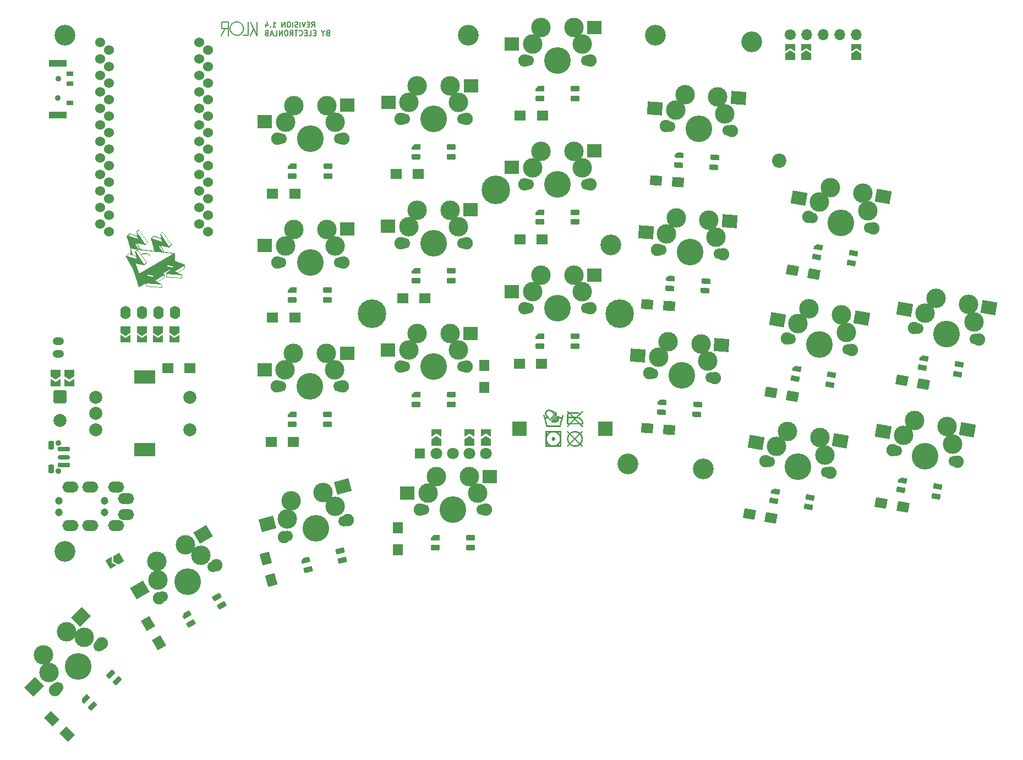
<source format=gbs>
G04 #@! TF.GenerationSoftware,KiCad,Pcbnew,8.0.4*
G04 #@! TF.CreationDate,2024-07-30T12:00:11+02:00*
G04 #@! TF.ProjectId,klor1_4,6b6c6f72-315f-4342-9e6b-696361645f70,v1.4.0*
G04 #@! TF.SameCoordinates,Original*
G04 #@! TF.FileFunction,Soldermask,Bot*
G04 #@! TF.FilePolarity,Negative*
%FSLAX46Y46*%
G04 Gerber Fmt 4.6, Leading zero omitted, Abs format (unit mm)*
G04 Created by KiCad (PCBNEW 8.0.4) date 2024-07-30 12:00:11*
%MOMM*%
%LPD*%
G01*
G04 APERTURE LIST*
G04 Aperture macros list*
%AMRoundRect*
0 Rectangle with rounded corners*
0 $1 Rounding radius*
0 $2 $3 $4 $5 $6 $7 $8 $9 X,Y pos of 4 corners*
0 Add a 4 corners polygon primitive as box body*
4,1,4,$2,$3,$4,$5,$6,$7,$8,$9,$2,$3,0*
0 Add four circle primitives for the rounded corners*
1,1,$1+$1,$2,$3*
1,1,$1+$1,$4,$5*
1,1,$1+$1,$6,$7*
1,1,$1+$1,$8,$9*
0 Add four rect primitives between the rounded corners*
20,1,$1+$1,$2,$3,$4,$5,0*
20,1,$1+$1,$4,$5,$6,$7,0*
20,1,$1+$1,$6,$7,$8,$9,0*
20,1,$1+$1,$8,$9,$2,$3,0*%
%AMRotRect*
0 Rectangle, with rotation*
0 The origin of the aperture is its center*
0 $1 length*
0 $2 width*
0 $3 Rotation angle, in degrees counterclockwise*
0 Add horizontal line*
21,1,$1,$2,0,0,$3*%
%AMFreePoly0*
4,1,18,-0.410000,0.593000,-0.403758,0.624380,-0.385983,0.650983,-0.359380,0.668758,-0.328000,0.675000,0.000000,0.675000,0.410000,0.265000,0.410000,-0.593000,0.403758,-0.624380,0.385983,-0.650983,0.359380,-0.668758,0.328000,-0.675000,-0.328000,-0.675000,-0.359380,-0.668758,-0.385983,-0.650983,-0.403758,-0.624380,-0.410000,-0.593000,-0.410000,0.593000,-0.410000,0.593000,$1*%
%AMFreePoly1*
4,1,6,1.000000,0.000000,0.500000,-0.750000,-0.500000,-0.750000,-0.500000,0.750000,0.500000,0.750000,1.000000,0.000000,1.000000,0.000000,$1*%
%AMFreePoly2*
4,1,6,0.500000,-0.750000,-0.650000,-0.750000,-0.150000,0.000000,-0.650000,0.750000,0.500000,0.750000,0.500000,-0.750000,0.500000,-0.750000,$1*%
G04 Aperture macros list end*
%ADD10C,0.150000*%
%ADD11C,0.000000*%
%ADD12C,0.000001*%
%ADD13C,1.900000*%
%ADD14C,1.700000*%
%ADD15C,3.000000*%
%ADD16C,4.100000*%
%ADD17RoundRect,0.082000X0.651245X0.187383X0.187383X0.651245X-0.651245X-0.187383X-0.187383X-0.651245X0*%
%ADD18FreePoly0,135.000000*%
%ADD19RotRect,2.300000X2.000000X225.000000*%
%ADD20RoundRect,0.082000X0.593000X-0.328000X0.593000X0.328000X-0.593000X0.328000X-0.593000X-0.328000X0*%
%ADD21FreePoly0,90.000000*%
%ADD22R,2.300000X2.000000*%
%ADD23RoundRect,0.082000X0.568675X-0.368567X0.614436X0.285835X-0.568675X0.368567X-0.614436X-0.285835X0*%
%ADD24FreePoly0,86.000000*%
%ADD25RotRect,2.300000X2.000000X176.000000*%
%ADD26C,3.200000*%
%ADD27RotRect,1.800000X1.500000X350.000000*%
%ADD28R,1.800000X1.500000*%
%ADD29RotRect,1.800000X1.500000X356.000000*%
%ADD30RoundRect,0.082000X0.657687X-0.163344X0.487901X0.470303X-0.657687X0.163344X-0.487901X-0.470303X0*%
%ADD31FreePoly0,105.000000*%
%ADD32RotRect,2.300000X2.000000X195.000000*%
%ADD33RoundRect,0.082000X0.527034X-0.425990X0.640948X0.220044X-0.527034X0.425990X-0.640948X-0.220044X0*%
%ADD34FreePoly0,80.000000*%
%ADD35RotRect,2.300000X2.000000X170.000000*%
%ADD36RotRect,1.800000X1.500000X105.000000*%
%ADD37R,2.200000X2.200000*%
%ADD38C,2.200000*%
%ADD39C,2.000000*%
%ADD40R,3.200000X2.000000*%
%ADD41O,1.600000X2.000000*%
%ADD42C,1.200000*%
%ADD43O,2.500000X1.700000*%
%ADD44RotRect,1.800000X1.500000X120.000000*%
%ADD45O,1.750000X1.200000*%
%ADD46C,0.900000*%
%ADD47RoundRect,0.187500X-0.712500X0.187500X-0.712500X-0.187500X0.712500X-0.187500X0.712500X0.187500X0*%
%ADD48RoundRect,0.150000X-0.750000X0.150000X-0.750000X-0.150000X0.750000X-0.150000X0.750000X0.150000X0*%
%ADD49RoundRect,0.225000X-0.225000X0.425000X-0.225000X-0.425000X0.225000X-0.425000X0.225000X0.425000X0*%
%ADD50C,4.400000*%
%ADD51RoundRect,0.082000X0.677553X0.012444X0.349553X0.580556X-0.677553X-0.012444X-0.349553X-0.580556X0*%
%ADD52FreePoly0,120.000000*%
%ADD53RotRect,2.300000X2.000000X210.000000*%
%ADD54RotRect,1.800000X1.500000X135.000000*%
%ADD55R,1.500000X1.800000*%
%ADD56RoundRect,0.142858X-0.857142X0.857142X-0.857142X-0.857142X0.857142X-0.857142X0.857142X0.857142X0*%
%ADD57R,1.000000X0.700000*%
%ADD58R,2.800000X1.000000*%
%ADD59R,1.524000X1.524000*%
%ADD60C,1.800000*%
%ADD61C,1.524000*%
%ADD62FreePoly1,270.000000*%
%ADD63FreePoly2,270.000000*%
%ADD64FreePoly1,90.000000*%
%ADD65FreePoly2,90.000000*%
%ADD66FreePoly1,210.000000*%
%ADD67FreePoly2,210.000000*%
%ADD68O,1.700000X1.700000*%
G04 APERTURE END LIST*
D10*
X110814594Y-54746932D02*
X110802748Y-54590367D01*
X110768374Y-54441215D01*
X110713215Y-54301221D01*
X110610353Y-54131821D01*
X110477775Y-53985936D01*
X110319616Y-53867699D01*
X110140009Y-53781245D01*
X109993716Y-53739749D01*
X109839429Y-53720200D01*
X109786525Y-53718863D01*
X112905000Y-55809270D02*
X112905000Y-53718864D01*
X107456236Y-54781201D02*
X107456236Y-53753133D01*
X109786525Y-53718863D02*
X109629960Y-53730708D01*
X109480809Y-53765082D01*
X109340815Y-53820241D01*
X109171415Y-53923103D01*
X109025530Y-54055681D01*
X108907293Y-54213840D01*
X108820839Y-54393447D01*
X108779343Y-54539740D01*
X108759794Y-54694027D01*
X108758457Y-54746932D01*
X107936003Y-54781201D02*
X107421968Y-55809270D01*
X108484304Y-54781201D02*
X108484304Y-55809270D01*
X108758457Y-54746932D02*
X108758457Y-54746932D01*
D11*
G36*
X95694784Y-88040876D02*
G01*
X93980908Y-87695563D01*
X93988414Y-87697078D01*
X94414731Y-87783171D01*
X94906841Y-88591738D01*
X94971617Y-88698170D01*
X97083542Y-88930317D01*
X97080143Y-88915588D01*
X96866762Y-88179517D01*
X97817801Y-88179517D01*
X98258597Y-88975384D01*
X98497251Y-89001842D01*
X98021530Y-88220263D01*
X97817802Y-88178988D01*
X97817801Y-88179517D01*
X96866762Y-88179517D01*
X96529280Y-87015351D01*
X98401031Y-87623220D01*
X96529280Y-87014821D01*
X96570622Y-86977251D01*
X96706022Y-86977251D01*
X98257009Y-87481017D01*
X98123660Y-87088905D01*
X96997593Y-86712138D01*
X96997593Y-86712667D01*
X96706022Y-86977251D01*
X96570622Y-86977251D01*
X96975897Y-86608951D01*
X96975897Y-86609480D01*
X98195097Y-87017467D01*
X98352987Y-87481017D01*
X98401472Y-87623363D01*
X97964483Y-86340134D01*
X98078151Y-86340134D01*
X99373551Y-88258363D01*
X99691051Y-87958855D01*
X98334268Y-86107830D01*
X98078151Y-86340134D01*
X97964483Y-86340134D01*
X97960156Y-86327427D01*
X97959089Y-86325846D01*
X98348026Y-85972892D01*
X99803557Y-87958855D01*
X99811701Y-87969967D01*
X99358205Y-88397534D01*
X97643706Y-88051988D01*
X98078681Y-88139830D01*
X98603200Y-89001842D01*
X98665489Y-89104209D01*
X100314455Y-89285467D01*
X100314455Y-89345308D01*
X100314455Y-90441348D01*
X101778613Y-91086759D01*
X101395380Y-91326492D01*
X100109622Y-92130805D01*
X100110471Y-92131133D01*
X100141423Y-92111755D01*
X100311235Y-92111755D01*
X100697526Y-92260980D01*
X101709822Y-91640267D01*
X101693947Y-91246567D01*
X100311235Y-92111755D01*
X100141423Y-92111755D01*
X101778614Y-91086759D01*
X101800482Y-91640267D01*
X101802426Y-91689479D01*
X100707185Y-92361968D01*
X101388618Y-92625575D01*
X101405427Y-93053143D01*
X101409255Y-93150509D01*
X98938576Y-92989643D01*
X98907994Y-92468413D01*
X98998901Y-92468413D01*
X99024301Y-92903917D01*
X101314535Y-93053143D01*
X101300776Y-92707597D01*
X98998901Y-92468413D01*
X98907994Y-92468413D01*
X98902064Y-92367343D01*
X98902063Y-92367343D01*
X98902064Y-92367342D01*
X100058176Y-91443169D01*
X98390045Y-92405868D01*
X98668701Y-92528738D01*
X98690549Y-93081717D01*
X98692514Y-93131458D01*
X97597382Y-93803880D01*
X97611584Y-93809376D01*
X98278511Y-94067480D01*
X98279235Y-94067555D01*
X98296475Y-94495121D01*
X98300401Y-94592488D01*
X95829722Y-94431622D01*
X95799140Y-93910392D01*
X95889518Y-93910392D01*
X95914918Y-94345896D01*
X98205152Y-94495121D01*
X98191393Y-94149576D01*
X95889518Y-93910392D01*
X95799140Y-93910392D01*
X95798613Y-93901417D01*
X94722135Y-94522666D01*
X94396964Y-93572784D01*
X97000239Y-93572784D01*
X97000761Y-93572986D01*
X97031513Y-93553733D01*
X97201851Y-93553733D01*
X97588143Y-93702959D01*
X98599910Y-93081717D01*
X98584068Y-92688856D01*
X97201851Y-93553733D01*
X97031513Y-93553733D01*
X98668628Y-92528784D01*
X98285590Y-92768471D01*
X97000239Y-93572784D01*
X94396964Y-93572784D01*
X94080880Y-92649447D01*
X94058999Y-92583767D01*
X95998026Y-92583767D01*
X95998026Y-92584296D01*
X96007534Y-92738809D01*
X96788572Y-92896525D01*
X96948872Y-92768471D01*
X95998026Y-92583767D01*
X94058999Y-92583767D01*
X93805976Y-91824261D01*
X94488953Y-91824261D01*
X94722135Y-92528784D01*
X94722135Y-92512867D01*
X94497532Y-91836967D01*
X94488953Y-91824261D01*
X93805976Y-91824261D01*
X93739895Y-91625904D01*
X93734222Y-91614338D01*
X93336502Y-90915309D01*
X93984518Y-90915309D01*
X94352819Y-91460351D01*
X94203065Y-90959229D01*
X94202536Y-90959229D01*
X93984519Y-90915309D01*
X93984518Y-90915309D01*
X93336502Y-90915309D01*
X93316795Y-90880672D01*
X94272707Y-90880672D01*
X94272850Y-90881102D01*
X94274503Y-90881442D01*
X94288779Y-90929232D01*
X94464561Y-91460351D01*
X94773502Y-92393804D01*
X96932440Y-91141788D01*
X99107397Y-91141788D01*
X99107397Y-91142317D01*
X99116905Y-91296830D01*
X99897943Y-91454546D01*
X100058243Y-91326492D01*
X99107397Y-91141788D01*
X96932440Y-91141788D01*
X100030235Y-89345308D01*
X94516009Y-88739054D01*
X95060702Y-89482246D01*
X95082314Y-89463884D01*
X95113748Y-89440765D01*
X95147680Y-89419036D01*
X95183959Y-89398748D01*
X95222434Y-89379952D01*
X95262954Y-89362701D01*
X95305369Y-89347046D01*
X95349527Y-89333039D01*
X95395278Y-89320731D01*
X95442471Y-89310175D01*
X95490956Y-89301421D01*
X95540580Y-89294522D01*
X95591195Y-89289528D01*
X95642648Y-89286493D01*
X95694789Y-89285467D01*
X95732236Y-89285996D01*
X95769428Y-89287571D01*
X95806304Y-89290179D01*
X95842803Y-89293804D01*
X95878861Y-89298431D01*
X95914417Y-89304047D01*
X95949410Y-89310636D01*
X95983777Y-89318185D01*
X96017456Y-89326677D01*
X96050386Y-89336100D01*
X96082505Y-89346438D01*
X96113750Y-89357676D01*
X96144060Y-89369800D01*
X96173373Y-89382796D01*
X96201627Y-89396649D01*
X96228760Y-89411344D01*
X96254580Y-89426786D01*
X96278920Y-89442865D01*
X96301754Y-89459547D01*
X96323056Y-89476797D01*
X96342801Y-89494578D01*
X96360963Y-89512856D01*
X96377517Y-89531595D01*
X96392436Y-89550761D01*
X96405696Y-89570318D01*
X96417270Y-89590231D01*
X96427133Y-89610464D01*
X96435259Y-89630983D01*
X96441623Y-89651752D01*
X96444136Y-89662220D01*
X96446199Y-89672736D01*
X96447809Y-89683298D01*
X96448962Y-89693900D01*
X96449655Y-89704538D01*
X96449885Y-89715208D01*
X96449504Y-89724897D01*
X96448740Y-89734576D01*
X96447594Y-89744239D01*
X96446065Y-89753884D01*
X96444154Y-89763507D01*
X96441862Y-89773104D01*
X96439190Y-89782672D01*
X96436138Y-89792207D01*
X96430775Y-89772291D01*
X96423859Y-89752711D01*
X96415428Y-89733485D01*
X96405523Y-89714634D01*
X96394180Y-89696176D01*
X96381441Y-89678131D01*
X96367343Y-89660518D01*
X96351925Y-89643358D01*
X96335227Y-89626669D01*
X96317287Y-89610471D01*
X96298145Y-89594783D01*
X96277839Y-89579626D01*
X96256409Y-89565017D01*
X96233892Y-89550978D01*
X96210329Y-89537527D01*
X96185758Y-89524684D01*
X96160218Y-89512468D01*
X96133749Y-89500899D01*
X96106388Y-89489997D01*
X96078175Y-89479780D01*
X96049150Y-89470268D01*
X96019350Y-89461481D01*
X95988815Y-89453438D01*
X95957584Y-89446159D01*
X95925695Y-89439664D01*
X95893189Y-89433971D01*
X95860103Y-89429100D01*
X95826477Y-89425070D01*
X95792349Y-89421902D01*
X95757759Y-89419614D01*
X95722745Y-89418227D01*
X95687347Y-89417759D01*
X95642932Y-89418561D01*
X95598947Y-89420829D01*
X95555492Y-89424534D01*
X95512665Y-89429649D01*
X95470564Y-89436145D01*
X95429290Y-89443994D01*
X95388939Y-89453168D01*
X95349612Y-89463637D01*
X95311406Y-89475375D01*
X95274420Y-89488352D01*
X95238754Y-89502541D01*
X95204505Y-89517913D01*
X95171773Y-89534441D01*
X95140656Y-89552094D01*
X95121056Y-89564595D01*
X95945403Y-90689354D01*
X95953547Y-90700467D01*
X95500051Y-91128034D01*
X94272707Y-90880672D01*
X93316795Y-90880672D01*
X93304998Y-90859938D01*
X94169835Y-90859938D01*
X94169889Y-90860103D01*
X94173246Y-90860781D01*
X94173191Y-90860615D01*
X94169835Y-90859938D01*
X93304998Y-90859938D01*
X92925187Y-90192387D01*
X94044909Y-90192387D01*
X94044910Y-90192389D01*
X94543317Y-90354392D01*
X94543317Y-90354391D01*
X94044909Y-90192387D01*
X92925187Y-90192387D01*
X92905307Y-90157446D01*
X93937412Y-90157446D01*
X93937413Y-90157448D01*
X93939746Y-90158206D01*
X93939745Y-90158204D01*
X93937412Y-90157446D01*
X92905307Y-90157446D01*
X92671126Y-89745851D01*
X93464380Y-90003692D01*
X93464380Y-90003691D01*
X92671126Y-89745850D01*
X92713051Y-89707750D01*
X92847870Y-89707750D01*
X94234725Y-90158206D01*
X94398857Y-90211517D01*
X94265507Y-89819404D01*
X93139440Y-89442637D01*
X93139440Y-89443167D01*
X92847870Y-89707750D01*
X92713051Y-89707750D01*
X93117744Y-89339979D01*
X93117744Y-89340508D01*
X93442131Y-89449060D01*
X93397151Y-88525100D01*
X93735395Y-89547196D01*
X93736870Y-89547690D01*
X93432139Y-88630417D01*
X93527894Y-88630417D01*
X93843305Y-89583307D01*
X94336944Y-89748496D01*
X94494654Y-90211517D01*
X94540242Y-90345360D01*
X94106326Y-89070634D01*
X94220527Y-89070634D01*
X95081362Y-90345360D01*
X95087462Y-90354392D01*
X95429431Y-90860781D01*
X95515926Y-90988863D01*
X95833426Y-90689354D01*
X94476643Y-88838329D01*
X94220527Y-89070634D01*
X94106326Y-89070634D01*
X94101999Y-89057922D01*
X94100935Y-89056346D01*
X94457645Y-88732637D01*
X93527894Y-88630417D01*
X93432139Y-88630417D01*
X93397151Y-88525100D01*
X93420968Y-88527718D01*
X93397143Y-88525063D01*
X93197038Y-87822330D01*
X94154381Y-87822330D01*
X94154381Y-87822859D01*
X94565014Y-88564221D01*
X94801022Y-88591738D01*
X94358110Y-87863605D01*
X94154381Y-87822330D01*
X93197038Y-87822330D01*
X93160875Y-87695330D01*
X93979754Y-87695330D01*
X93980724Y-87697078D01*
X93979756Y-87695330D01*
X93979754Y-87695330D01*
X93160875Y-87695330D01*
X92860567Y-86640701D01*
X94738051Y-87266705D01*
X94738050Y-87266704D01*
X92860568Y-86640701D01*
X92901258Y-86605776D01*
X93041015Y-86605776D01*
X94593060Y-87123301D01*
X94460240Y-86732775D01*
X93332586Y-86355480D01*
X93332585Y-86355480D01*
X93041015Y-86605776D01*
X92901258Y-86605776D01*
X93312477Y-86252821D01*
X94531446Y-86660732D01*
X94295667Y-85969189D01*
X95075098Y-87123301D01*
X95694784Y-88040876D01*
G37*
D10*
X107456236Y-53753133D02*
X108484304Y-53753133D01*
D11*
G36*
X96148281Y-87613309D02*
G01*
X95694785Y-88040876D01*
X94305318Y-85983476D01*
X94414731Y-85983476D01*
X95710131Y-87901705D01*
X96027631Y-87602196D01*
X94670848Y-85751171D01*
X94414731Y-85983476D01*
X94305318Y-85983476D01*
X94295669Y-85969188D01*
X94684606Y-85616234D01*
X96140136Y-87602196D01*
X96148281Y-87613309D01*
G37*
D10*
X111534242Y-55775001D02*
X111534242Y-53718864D01*
D12*
X158468562Y-117585385D02*
X158480532Y-117586297D01*
X158492309Y-117587798D01*
X158503880Y-117589872D01*
X158515231Y-117592504D01*
X158526349Y-117595678D01*
X158537221Y-117599379D01*
X158547832Y-117603592D01*
X158558170Y-117608300D01*
X158568220Y-117613489D01*
X158577969Y-117619143D01*
X158587404Y-117625247D01*
X158596511Y-117631784D01*
X158605276Y-117638740D01*
X158613686Y-117646098D01*
X158621727Y-117653844D01*
X158629386Y-117661962D01*
X158636649Y-117670437D01*
X158643503Y-117679252D01*
X158649934Y-117688393D01*
X158655928Y-117697843D01*
X158661472Y-117707589D01*
X158666553Y-117717613D01*
X158671156Y-117727900D01*
X158675268Y-117738436D01*
X158678876Y-117749204D01*
X158681967Y-117760189D01*
X158684525Y-117771375D01*
X158686539Y-117782747D01*
X158687994Y-117794290D01*
X158688878Y-117805988D01*
X158689175Y-117817825D01*
X158688878Y-117829973D01*
X158687994Y-117841942D01*
X158686539Y-117853718D01*
X158684525Y-117865288D01*
X158681967Y-117876639D01*
X158678876Y-117887757D01*
X158675268Y-117898628D01*
X158671156Y-117909238D01*
X158666553Y-117919575D01*
X158661472Y-117929625D01*
X158655928Y-117939374D01*
X158649934Y-117948808D01*
X158643503Y-117957914D01*
X158636649Y-117966679D01*
X158629386Y-117975088D01*
X158621727Y-117983129D01*
X158613686Y-117990788D01*
X158605276Y-117998050D01*
X158596511Y-118004904D01*
X158587404Y-118011334D01*
X158577969Y-118017328D01*
X158568220Y-118022872D01*
X158558170Y-118027952D01*
X158547832Y-118032555D01*
X158537221Y-118036667D01*
X158526349Y-118040275D01*
X158515231Y-118043365D01*
X158503880Y-118045924D01*
X158492309Y-118047937D01*
X158480532Y-118049393D01*
X158468562Y-118050276D01*
X158456414Y-118050573D01*
X158444266Y-118050276D01*
X158432296Y-118049393D01*
X158420519Y-118047937D01*
X158408949Y-118045924D01*
X158397597Y-118043365D01*
X158386479Y-118040275D01*
X158375607Y-118036667D01*
X158364996Y-118032555D01*
X158354658Y-118027952D01*
X158344608Y-118022872D01*
X158334859Y-118017328D01*
X158325424Y-118011334D01*
X158316317Y-118004904D01*
X158307552Y-117998050D01*
X158299142Y-117990788D01*
X158291101Y-117983129D01*
X158283442Y-117975088D01*
X158276179Y-117966679D01*
X158269325Y-117957914D01*
X158262894Y-117948808D01*
X158256900Y-117939374D01*
X158251356Y-117929625D01*
X158246276Y-117919575D01*
X158241672Y-117909238D01*
X158237560Y-117898628D01*
X158233952Y-117887757D01*
X158230861Y-117876639D01*
X158228303Y-117865288D01*
X158226289Y-117853718D01*
X158224834Y-117841942D01*
X158223950Y-117829973D01*
X158223653Y-117817825D01*
X158223950Y-117805678D01*
X158224834Y-117793709D01*
X158226289Y-117781933D01*
X158228303Y-117770363D01*
X158230861Y-117759012D01*
X158233952Y-117747894D01*
X158237560Y-117737023D01*
X158241672Y-117726412D01*
X158246276Y-117716075D01*
X158251356Y-117706026D01*
X158256900Y-117696277D01*
X158262894Y-117686843D01*
X158269325Y-117677737D01*
X158276179Y-117668972D01*
X158283442Y-117660563D01*
X158291101Y-117652522D01*
X158299142Y-117644863D01*
X158307552Y-117637600D01*
X158316317Y-117630747D01*
X158325424Y-117624317D01*
X158334859Y-117618323D01*
X158344608Y-117612779D01*
X158354658Y-117607699D01*
X158364996Y-117603096D01*
X158375607Y-117598984D01*
X158386479Y-117595376D01*
X158397597Y-117592286D01*
X158408949Y-117589727D01*
X158420519Y-117587713D01*
X158432296Y-117586258D01*
X158444266Y-117585375D01*
X158456414Y-117585078D01*
X158468562Y-117585385D01*
G36*
X158468562Y-117585385D02*
G01*
X158480532Y-117586297D01*
X158492309Y-117587798D01*
X158503880Y-117589872D01*
X158515231Y-117592504D01*
X158526349Y-117595678D01*
X158537221Y-117599379D01*
X158547832Y-117603592D01*
X158558170Y-117608300D01*
X158568220Y-117613489D01*
X158577969Y-117619143D01*
X158587404Y-117625247D01*
X158596511Y-117631784D01*
X158605276Y-117638740D01*
X158613686Y-117646098D01*
X158621727Y-117653844D01*
X158629386Y-117661962D01*
X158636649Y-117670437D01*
X158643503Y-117679252D01*
X158649934Y-117688393D01*
X158655928Y-117697843D01*
X158661472Y-117707589D01*
X158666553Y-117717613D01*
X158671156Y-117727900D01*
X158675268Y-117738436D01*
X158678876Y-117749204D01*
X158681967Y-117760189D01*
X158684525Y-117771375D01*
X158686539Y-117782747D01*
X158687994Y-117794290D01*
X158688878Y-117805988D01*
X158689175Y-117817825D01*
X158688878Y-117829973D01*
X158687994Y-117841942D01*
X158686539Y-117853718D01*
X158684525Y-117865288D01*
X158681967Y-117876639D01*
X158678876Y-117887757D01*
X158675268Y-117898628D01*
X158671156Y-117909238D01*
X158666553Y-117919575D01*
X158661472Y-117929625D01*
X158655928Y-117939374D01*
X158649934Y-117948808D01*
X158643503Y-117957914D01*
X158636649Y-117966679D01*
X158629386Y-117975088D01*
X158621727Y-117983129D01*
X158613686Y-117990788D01*
X158605276Y-117998050D01*
X158596511Y-118004904D01*
X158587404Y-118011334D01*
X158577969Y-118017328D01*
X158568220Y-118022872D01*
X158558170Y-118027952D01*
X158547832Y-118032555D01*
X158537221Y-118036667D01*
X158526349Y-118040275D01*
X158515231Y-118043365D01*
X158503880Y-118045924D01*
X158492309Y-118047937D01*
X158480532Y-118049393D01*
X158468562Y-118050276D01*
X158456414Y-118050573D01*
X158444266Y-118050276D01*
X158432296Y-118049393D01*
X158420519Y-118047937D01*
X158408949Y-118045924D01*
X158397597Y-118043365D01*
X158386479Y-118040275D01*
X158375607Y-118036667D01*
X158364996Y-118032555D01*
X158354658Y-118027952D01*
X158344608Y-118022872D01*
X158334859Y-118017328D01*
X158325424Y-118011334D01*
X158316317Y-118004904D01*
X158307552Y-117998050D01*
X158299142Y-117990788D01*
X158291101Y-117983129D01*
X158283442Y-117975088D01*
X158276179Y-117966679D01*
X158269325Y-117957914D01*
X158262894Y-117948808D01*
X158256900Y-117939374D01*
X158251356Y-117929625D01*
X158246276Y-117919575D01*
X158241672Y-117909238D01*
X158237560Y-117898628D01*
X158233952Y-117887757D01*
X158230861Y-117876639D01*
X158228303Y-117865288D01*
X158226289Y-117853718D01*
X158224834Y-117841942D01*
X158223950Y-117829973D01*
X158223653Y-117817825D01*
X158223950Y-117805678D01*
X158224834Y-117793709D01*
X158226289Y-117781933D01*
X158228303Y-117770363D01*
X158230861Y-117759012D01*
X158233952Y-117747894D01*
X158237560Y-117737023D01*
X158241672Y-117726412D01*
X158246276Y-117716075D01*
X158251356Y-117706026D01*
X158256900Y-117696277D01*
X158262894Y-117686843D01*
X158269325Y-117677737D01*
X158276179Y-117668972D01*
X158283442Y-117660563D01*
X158291101Y-117652522D01*
X158299142Y-117644863D01*
X158307552Y-117637600D01*
X158316317Y-117630747D01*
X158325424Y-117624317D01*
X158334859Y-117618323D01*
X158344608Y-117612779D01*
X158354658Y-117607699D01*
X158364996Y-117603096D01*
X158375607Y-117598984D01*
X158386479Y-117595376D01*
X158397597Y-117592286D01*
X158408949Y-117589727D01*
X158420519Y-117587713D01*
X158432296Y-117586258D01*
X158444266Y-117585375D01*
X158456414Y-117585078D01*
X158468562Y-117585385D01*
G37*
D10*
X108758457Y-54746932D02*
X108770302Y-54903496D01*
X108804676Y-55052647D01*
X108859835Y-55192641D01*
X108962697Y-55362041D01*
X109095275Y-55507926D01*
X109253434Y-55626163D01*
X109433040Y-55712617D01*
X109579333Y-55754113D01*
X109733620Y-55773662D01*
X109786525Y-55775000D01*
D12*
X159627273Y-117817825D02*
X159627273Y-118350324D01*
X159627273Y-118992143D01*
X157282029Y-118992143D01*
X157282029Y-118861663D01*
X157412516Y-118861663D01*
X157923885Y-118861663D01*
X157883349Y-118839726D01*
X157843763Y-118816260D01*
X157805170Y-118791306D01*
X157767609Y-118764906D01*
X157731123Y-118737100D01*
X157695753Y-118707931D01*
X157661540Y-118677439D01*
X157628526Y-118645667D01*
X157596751Y-118612654D01*
X157566258Y-118578443D01*
X157537087Y-118543075D01*
X157509280Y-118506591D01*
X157482878Y-118469033D01*
X157457922Y-118430441D01*
X157434455Y-118390858D01*
X157412516Y-118350324D01*
X157412516Y-118861663D01*
X157282029Y-118861663D01*
X157282029Y-117817825D01*
X157412516Y-117817825D01*
X157413879Y-117871393D01*
X157417924Y-117924275D01*
X157424585Y-117976404D01*
X157433794Y-118027713D01*
X157445485Y-118078136D01*
X157459592Y-118127607D01*
X157476048Y-118176059D01*
X157494787Y-118223426D01*
X157515742Y-118269640D01*
X157538847Y-118314636D01*
X157564036Y-118358347D01*
X157591241Y-118400707D01*
X157620396Y-118441649D01*
X157651434Y-118481106D01*
X157684290Y-118519012D01*
X157718897Y-118555301D01*
X157755187Y-118589905D01*
X157793096Y-118622759D01*
X157832555Y-118653796D01*
X157873499Y-118682949D01*
X157915861Y-118710153D01*
X157959575Y-118735340D01*
X158004573Y-118758443D01*
X158050791Y-118779397D01*
X158098160Y-118798135D01*
X158146614Y-118814591D01*
X158196088Y-118828697D01*
X158246514Y-118840387D01*
X158297827Y-118849596D01*
X158349958Y-118856256D01*
X158402843Y-118860300D01*
X158456414Y-118861663D01*
X158988943Y-118861663D01*
X159500312Y-118861663D01*
X159500312Y-118350324D01*
X159478374Y-118390858D01*
X159454906Y-118430441D01*
X159429951Y-118469033D01*
X159403549Y-118506591D01*
X159375742Y-118543075D01*
X159346571Y-118578443D01*
X159316077Y-118612654D01*
X159284303Y-118645667D01*
X159251288Y-118677439D01*
X159217076Y-118707931D01*
X159181705Y-118737100D01*
X159145219Y-118764906D01*
X159107659Y-118791306D01*
X159069065Y-118816260D01*
X159029480Y-118839726D01*
X158988943Y-118861663D01*
X158456414Y-118861663D01*
X158509985Y-118860300D01*
X158562870Y-118856256D01*
X158615001Y-118849596D01*
X158666314Y-118840387D01*
X158716740Y-118828697D01*
X158766214Y-118814591D01*
X158814668Y-118798135D01*
X158862038Y-118779397D01*
X158908255Y-118758443D01*
X158953254Y-118735340D01*
X158996967Y-118710153D01*
X159039329Y-118682949D01*
X159080273Y-118653796D01*
X159119733Y-118622759D01*
X159157641Y-118589905D01*
X159193932Y-118555301D01*
X159228538Y-118519012D01*
X159261394Y-118481106D01*
X159292433Y-118441649D01*
X159321588Y-118400707D01*
X159348793Y-118358347D01*
X159373981Y-118314636D01*
X159397086Y-118269640D01*
X159418041Y-118223426D01*
X159436780Y-118176059D01*
X159453237Y-118127607D01*
X159467344Y-118078136D01*
X159479035Y-118027713D01*
X159488244Y-117976404D01*
X159494904Y-117924275D01*
X159498949Y-117871393D01*
X159500312Y-117817825D01*
X159498949Y-117764257D01*
X159494904Y-117711376D01*
X159488244Y-117659247D01*
X159479035Y-117607938D01*
X159467344Y-117557515D01*
X159453237Y-117508044D01*
X159436780Y-117459592D01*
X159418041Y-117412225D01*
X159397086Y-117366011D01*
X159373981Y-117321014D01*
X159348793Y-117277303D01*
X159321588Y-117234944D01*
X159292433Y-117194002D01*
X159261394Y-117154545D01*
X159228538Y-117116639D01*
X159193932Y-117080350D01*
X159157641Y-117045746D01*
X159119733Y-117012892D01*
X159080273Y-116981855D01*
X159039329Y-116952701D01*
X158996967Y-116925498D01*
X158953254Y-116900311D01*
X158908255Y-116877208D01*
X158862038Y-116856254D01*
X158814668Y-116837516D01*
X158766214Y-116821060D01*
X158716740Y-116806954D01*
X158666314Y-116795263D01*
X158615001Y-116786055D01*
X158562870Y-116779395D01*
X158509985Y-116775350D01*
X158456414Y-116773987D01*
X158988943Y-116773987D01*
X159029480Y-116795925D01*
X159069065Y-116819391D01*
X159107659Y-116844345D01*
X159145219Y-116870745D01*
X159181705Y-116898550D01*
X159217076Y-116927720D01*
X159251288Y-116958211D01*
X159284303Y-116989984D01*
X159316077Y-117022997D01*
X159346571Y-117057208D01*
X159375742Y-117092576D01*
X159403549Y-117129060D01*
X159429951Y-117166618D01*
X159454906Y-117205210D01*
X159478374Y-117244793D01*
X159500312Y-117285327D01*
X159500312Y-116773987D01*
X158988943Y-116773987D01*
X158456414Y-116773987D01*
X158402843Y-116775350D01*
X158349958Y-116779395D01*
X158297827Y-116786055D01*
X158246514Y-116795263D01*
X158196088Y-116806954D01*
X158146614Y-116821060D01*
X158098160Y-116837516D01*
X158050791Y-116856254D01*
X158004573Y-116877208D01*
X157959575Y-116900311D01*
X157915861Y-116925498D01*
X157873499Y-116952701D01*
X157832555Y-116981855D01*
X157793096Y-117012892D01*
X157755187Y-117045746D01*
X157718897Y-117080350D01*
X157684290Y-117116639D01*
X157651434Y-117154545D01*
X157620396Y-117194002D01*
X157591241Y-117234944D01*
X157564036Y-117277303D01*
X157538847Y-117321014D01*
X157515742Y-117366011D01*
X157494787Y-117412225D01*
X157476048Y-117459592D01*
X157459592Y-117508044D01*
X157445485Y-117557515D01*
X157433794Y-117607938D01*
X157424585Y-117659247D01*
X157417924Y-117711376D01*
X157413879Y-117764257D01*
X157412516Y-117817825D01*
X157282029Y-117817825D01*
X157282029Y-117285327D01*
X157412516Y-117285327D01*
X157434455Y-117244793D01*
X157457922Y-117205210D01*
X157482878Y-117166618D01*
X157509280Y-117129060D01*
X157537087Y-117092576D01*
X157566258Y-117057208D01*
X157596751Y-117022997D01*
X157628526Y-116989984D01*
X157661540Y-116958211D01*
X157695753Y-116927720D01*
X157731123Y-116898550D01*
X157767609Y-116870745D01*
X157805170Y-116844345D01*
X157843763Y-116819391D01*
X157883349Y-116795925D01*
X157923885Y-116773987D01*
X157412516Y-116773987D01*
X157412516Y-117285327D01*
X157282029Y-117285327D01*
X157282029Y-116647034D01*
X159627273Y-116647034D01*
X159627273Y-117285327D01*
X159627273Y-117817825D01*
G36*
X159627273Y-117817825D02*
G01*
X159627273Y-118350324D01*
X159627273Y-118992143D01*
X157282029Y-118992143D01*
X157282029Y-118861663D01*
X157412516Y-118861663D01*
X157923885Y-118861663D01*
X157883349Y-118839726D01*
X157843763Y-118816260D01*
X157805170Y-118791306D01*
X157767609Y-118764906D01*
X157731123Y-118737100D01*
X157695753Y-118707931D01*
X157661540Y-118677439D01*
X157628526Y-118645667D01*
X157596751Y-118612654D01*
X157566258Y-118578443D01*
X157537087Y-118543075D01*
X157509280Y-118506591D01*
X157482878Y-118469033D01*
X157457922Y-118430441D01*
X157434455Y-118390858D01*
X157412516Y-118350324D01*
X157412516Y-118861663D01*
X157282029Y-118861663D01*
X157282029Y-117817825D01*
X157412516Y-117817825D01*
X157413879Y-117871393D01*
X157417924Y-117924275D01*
X157424585Y-117976404D01*
X157433794Y-118027713D01*
X157445485Y-118078136D01*
X157459592Y-118127607D01*
X157476048Y-118176059D01*
X157494787Y-118223426D01*
X157515742Y-118269640D01*
X157538847Y-118314636D01*
X157564036Y-118358347D01*
X157591241Y-118400707D01*
X157620396Y-118441649D01*
X157651434Y-118481106D01*
X157684290Y-118519012D01*
X157718897Y-118555301D01*
X157755187Y-118589905D01*
X157793096Y-118622759D01*
X157832555Y-118653796D01*
X157873499Y-118682949D01*
X157915861Y-118710153D01*
X157959575Y-118735340D01*
X158004573Y-118758443D01*
X158050791Y-118779397D01*
X158098160Y-118798135D01*
X158146614Y-118814591D01*
X158196088Y-118828697D01*
X158246514Y-118840387D01*
X158297827Y-118849596D01*
X158349958Y-118856256D01*
X158402843Y-118860300D01*
X158456414Y-118861663D01*
X158988943Y-118861663D01*
X159500312Y-118861663D01*
X159500312Y-118350324D01*
X159478374Y-118390858D01*
X159454906Y-118430441D01*
X159429951Y-118469033D01*
X159403549Y-118506591D01*
X159375742Y-118543075D01*
X159346571Y-118578443D01*
X159316077Y-118612654D01*
X159284303Y-118645667D01*
X159251288Y-118677439D01*
X159217076Y-118707931D01*
X159181705Y-118737100D01*
X159145219Y-118764906D01*
X159107659Y-118791306D01*
X159069065Y-118816260D01*
X159029480Y-118839726D01*
X158988943Y-118861663D01*
X158456414Y-118861663D01*
X158509985Y-118860300D01*
X158562870Y-118856256D01*
X158615001Y-118849596D01*
X158666314Y-118840387D01*
X158716740Y-118828697D01*
X158766214Y-118814591D01*
X158814668Y-118798135D01*
X158862038Y-118779397D01*
X158908255Y-118758443D01*
X158953254Y-118735340D01*
X158996967Y-118710153D01*
X159039329Y-118682949D01*
X159080273Y-118653796D01*
X159119733Y-118622759D01*
X159157641Y-118589905D01*
X159193932Y-118555301D01*
X159228538Y-118519012D01*
X159261394Y-118481106D01*
X159292433Y-118441649D01*
X159321588Y-118400707D01*
X159348793Y-118358347D01*
X159373981Y-118314636D01*
X159397086Y-118269640D01*
X159418041Y-118223426D01*
X159436780Y-118176059D01*
X159453237Y-118127607D01*
X159467344Y-118078136D01*
X159479035Y-118027713D01*
X159488244Y-117976404D01*
X159494904Y-117924275D01*
X159498949Y-117871393D01*
X159500312Y-117817825D01*
X159498949Y-117764257D01*
X159494904Y-117711376D01*
X159488244Y-117659247D01*
X159479035Y-117607938D01*
X159467344Y-117557515D01*
X159453237Y-117508044D01*
X159436780Y-117459592D01*
X159418041Y-117412225D01*
X159397086Y-117366011D01*
X159373981Y-117321014D01*
X159348793Y-117277303D01*
X159321588Y-117234944D01*
X159292433Y-117194002D01*
X159261394Y-117154545D01*
X159228538Y-117116639D01*
X159193932Y-117080350D01*
X159157641Y-117045746D01*
X159119733Y-117012892D01*
X159080273Y-116981855D01*
X159039329Y-116952701D01*
X158996967Y-116925498D01*
X158953254Y-116900311D01*
X158908255Y-116877208D01*
X158862038Y-116856254D01*
X158814668Y-116837516D01*
X158766214Y-116821060D01*
X158716740Y-116806954D01*
X158666314Y-116795263D01*
X158615001Y-116786055D01*
X158562870Y-116779395D01*
X158509985Y-116775350D01*
X158456414Y-116773987D01*
X158988943Y-116773987D01*
X159029480Y-116795925D01*
X159069065Y-116819391D01*
X159107659Y-116844345D01*
X159145219Y-116870745D01*
X159181705Y-116898550D01*
X159217076Y-116927720D01*
X159251288Y-116958211D01*
X159284303Y-116989984D01*
X159316077Y-117022997D01*
X159346571Y-117057208D01*
X159375742Y-117092576D01*
X159403549Y-117129060D01*
X159429951Y-117166618D01*
X159454906Y-117205210D01*
X159478374Y-117244793D01*
X159500312Y-117285327D01*
X159500312Y-116773987D01*
X158988943Y-116773987D01*
X158456414Y-116773987D01*
X158402843Y-116775350D01*
X158349958Y-116779395D01*
X158297827Y-116786055D01*
X158246514Y-116795263D01*
X158196088Y-116806954D01*
X158146614Y-116821060D01*
X158098160Y-116837516D01*
X158050791Y-116856254D01*
X158004573Y-116877208D01*
X157959575Y-116900311D01*
X157915861Y-116925498D01*
X157873499Y-116952701D01*
X157832555Y-116981855D01*
X157793096Y-117012892D01*
X157755187Y-117045746D01*
X157718897Y-117080350D01*
X157684290Y-117116639D01*
X157651434Y-117154545D01*
X157620396Y-117194002D01*
X157591241Y-117234944D01*
X157564036Y-117277303D01*
X157538847Y-117321014D01*
X157515742Y-117366011D01*
X157494787Y-117412225D01*
X157476048Y-117459592D01*
X157459592Y-117508044D01*
X157445485Y-117557515D01*
X157433794Y-117607938D01*
X157424585Y-117659247D01*
X157417924Y-117711376D01*
X157413879Y-117764257D01*
X157412516Y-117817825D01*
X157282029Y-117817825D01*
X157282029Y-117285327D01*
X157412516Y-117285327D01*
X157434455Y-117244793D01*
X157457922Y-117205210D01*
X157482878Y-117166618D01*
X157509280Y-117129060D01*
X157537087Y-117092576D01*
X157566258Y-117057208D01*
X157596751Y-117022997D01*
X157628526Y-116989984D01*
X157661540Y-116958211D01*
X157695753Y-116927720D01*
X157731123Y-116898550D01*
X157767609Y-116870745D01*
X157805170Y-116844345D01*
X157843763Y-116819391D01*
X157883349Y-116795925D01*
X157923885Y-116773987D01*
X157412516Y-116773987D01*
X157412516Y-117285327D01*
X157282029Y-117285327D01*
X157282029Y-116647034D01*
X159627273Y-116647034D01*
X159627273Y-117285327D01*
X159627273Y-117817825D01*
G37*
X157005507Y-114182081D02*
X157003421Y-114182025D01*
X157006949Y-114182025D01*
X157005507Y-114182081D01*
G36*
X157005507Y-114182081D02*
G01*
X157003421Y-114182025D01*
X157006949Y-114182025D01*
X157005507Y-114182081D01*
G37*
D10*
X109786525Y-55775000D02*
X109943089Y-55763154D01*
X110092241Y-55728780D01*
X110232235Y-55673621D01*
X110401635Y-55570759D01*
X110547520Y-55438181D01*
X110665757Y-55280022D01*
X110752211Y-55100416D01*
X110793707Y-54954123D01*
X110813256Y-54799836D01*
X110814594Y-54746932D01*
D12*
X162635532Y-117038473D02*
X162669701Y-117078220D01*
X162702078Y-117119403D01*
X162732605Y-117161971D01*
X162761225Y-117205871D01*
X162787883Y-117251052D01*
X162812521Y-117297463D01*
X162835082Y-117345051D01*
X162855509Y-117393766D01*
X162873746Y-117443555D01*
X162889736Y-117494367D01*
X162903422Y-117546150D01*
X162914746Y-117598853D01*
X162923653Y-117652424D01*
X162930086Y-117706810D01*
X162933987Y-117761961D01*
X162935300Y-117817825D01*
X162935300Y-117817826D01*
X162933987Y-117873728D01*
X162930086Y-117928985D01*
X162923653Y-117983530D01*
X162914746Y-118037294D01*
X162903422Y-118090211D01*
X162889736Y-118142213D01*
X162873746Y-118193235D01*
X162855509Y-118243207D01*
X162835082Y-118292064D01*
X162812521Y-118339738D01*
X162787883Y-118386161D01*
X162761225Y-118431268D01*
X162732605Y-118474990D01*
X162702078Y-118517260D01*
X162669701Y-118558012D01*
X162635532Y-118597178D01*
X162967040Y-118928666D01*
X162875347Y-119020355D01*
X162543839Y-118688866D01*
X162504089Y-118723033D01*
X162462904Y-118755408D01*
X162420334Y-118785933D01*
X162376431Y-118814552D01*
X162331248Y-118841208D01*
X162284834Y-118865844D01*
X162237243Y-118888404D01*
X162188525Y-118908830D01*
X162138733Y-118927066D01*
X162087919Y-118943055D01*
X162036132Y-118956740D01*
X161983427Y-118968064D01*
X161929853Y-118976971D01*
X161875463Y-118983403D01*
X161820309Y-118987304D01*
X161764442Y-118988617D01*
X161708536Y-118987304D01*
X161653276Y-118983403D01*
X161598728Y-118976971D01*
X161544961Y-118968064D01*
X161492041Y-118956740D01*
X161440035Y-118943055D01*
X161389011Y-118927066D01*
X161339036Y-118908830D01*
X161290176Y-118888404D01*
X161242500Y-118865845D01*
X161196074Y-118841208D01*
X161150965Y-118814552D01*
X161107240Y-118785933D01*
X161064967Y-118755408D01*
X161024213Y-118723033D01*
X160985045Y-118688866D01*
X160653537Y-119020355D01*
X160561843Y-118928666D01*
X160893352Y-118597178D01*
X161073212Y-118597178D01*
X161108290Y-118626841D01*
X161144710Y-118654965D01*
X161182412Y-118681498D01*
X161221333Y-118706388D01*
X161261411Y-118729584D01*
X161302584Y-118751034D01*
X161344791Y-118770686D01*
X161387969Y-118788489D01*
X161432056Y-118804391D01*
X161476990Y-118818340D01*
X161522709Y-118830285D01*
X161569152Y-118840174D01*
X161616256Y-118847956D01*
X161663959Y-118853578D01*
X161712199Y-118856989D01*
X161760915Y-118858137D01*
X161764442Y-118858137D01*
X161813739Y-118856989D01*
X161862411Y-118853578D01*
X161910411Y-118847956D01*
X161957693Y-118840174D01*
X162004211Y-118830285D01*
X162049917Y-118818340D01*
X162094766Y-118804391D01*
X162138711Y-118788489D01*
X162181705Y-118770686D01*
X162223703Y-118751034D01*
X162264656Y-118729584D01*
X162304520Y-118706388D01*
X162343247Y-118681498D01*
X162380792Y-118654965D01*
X162417106Y-118626841D01*
X162452145Y-118597178D01*
X161764442Y-117909514D01*
X161073212Y-118597178D01*
X160893352Y-118597178D01*
X160859183Y-118557431D01*
X160826806Y-118516248D01*
X160796279Y-118473680D01*
X160767658Y-118429780D01*
X160741001Y-118384599D01*
X160716363Y-118338188D01*
X160693802Y-118290599D01*
X160673375Y-118241885D01*
X160655138Y-118192095D01*
X160639148Y-118141283D01*
X160625462Y-118089500D01*
X160614138Y-118036798D01*
X160605230Y-117983227D01*
X160598798Y-117928841D01*
X160594897Y-117873689D01*
X160593584Y-117817825D01*
X160593750Y-117810773D01*
X160720544Y-117810773D01*
X160720544Y-117814299D01*
X160721693Y-117863594D01*
X160725104Y-117912269D01*
X160730726Y-117960283D01*
X160738508Y-118007594D01*
X160748398Y-118054162D01*
X160760343Y-118099944D01*
X160774293Y-118144900D01*
X160790196Y-118188988D01*
X160808000Y-118232166D01*
X160827653Y-118274395D01*
X160849104Y-118315631D01*
X160872301Y-118355834D01*
X160897193Y-118394963D01*
X160923728Y-118432976D01*
X160951853Y-118469832D01*
X160981518Y-118505489D01*
X161669221Y-117817826D01*
X161856135Y-117817826D01*
X162543839Y-118505489D01*
X162573504Y-118470414D01*
X162601629Y-118433995D01*
X162628164Y-118396296D01*
X162653056Y-118357377D01*
X162676253Y-118317301D01*
X162697704Y-118276130D01*
X162717357Y-118233926D01*
X162735161Y-118190751D01*
X162751064Y-118146666D01*
X162765014Y-118101735D01*
X162776959Y-118056018D01*
X162786849Y-118009578D01*
X162794631Y-117962477D01*
X162800253Y-117914776D01*
X162803664Y-117866539D01*
X162804813Y-117817826D01*
X162803664Y-117769113D01*
X162800253Y-117720875D01*
X162794631Y-117673175D01*
X162786849Y-117626073D01*
X162776959Y-117579633D01*
X162765014Y-117533917D01*
X162751064Y-117488985D01*
X162735161Y-117444900D01*
X162717357Y-117401725D01*
X162697704Y-117359521D01*
X162676253Y-117318350D01*
X162653056Y-117278274D01*
X162628164Y-117239356D01*
X162601629Y-117201656D01*
X162573504Y-117165237D01*
X162543839Y-117130162D01*
X161859662Y-117814299D01*
X161856135Y-117817826D01*
X161669221Y-117817826D01*
X161672748Y-117814299D01*
X160981518Y-117123109D01*
X160951853Y-117158184D01*
X160923728Y-117194603D01*
X160897193Y-117232303D01*
X160872301Y-117271221D01*
X160849104Y-117311297D01*
X160827653Y-117352468D01*
X160808000Y-117394672D01*
X160790196Y-117437848D01*
X160774293Y-117481932D01*
X160760343Y-117526864D01*
X160748398Y-117572580D01*
X160738508Y-117619020D01*
X160730726Y-117666122D01*
X160725104Y-117713822D01*
X160721693Y-117762060D01*
X160720544Y-117810773D01*
X160593750Y-117810773D01*
X160594897Y-117761923D01*
X160598798Y-117706666D01*
X160605230Y-117652121D01*
X160614138Y-117598357D01*
X160625462Y-117545440D01*
X160639148Y-117493437D01*
X160655138Y-117442416D01*
X160673375Y-117392444D01*
X160693802Y-117343587D01*
X160716363Y-117295913D01*
X160741001Y-117249490D01*
X160767658Y-117204383D01*
X160796279Y-117160661D01*
X160826806Y-117118391D01*
X160859183Y-117077639D01*
X160893352Y-117038473D01*
X160889826Y-117034947D01*
X161076739Y-117034947D01*
X161767969Y-117722610D01*
X162455672Y-117034947D01*
X162420593Y-117005283D01*
X162384167Y-116977159D01*
X162346449Y-116950626D01*
X162307496Y-116925736D01*
X162267365Y-116902540D01*
X162226114Y-116881090D01*
X162183798Y-116861438D01*
X162140474Y-116843635D01*
X162096201Y-116827733D01*
X162051033Y-116813784D01*
X162005029Y-116801839D01*
X161958244Y-116791950D01*
X161910736Y-116784169D01*
X161862562Y-116778547D01*
X161813779Y-116775136D01*
X161764442Y-116773987D01*
X161715145Y-116775136D01*
X161666473Y-116778547D01*
X161618473Y-116784169D01*
X161571191Y-116791950D01*
X161524673Y-116801839D01*
X161478967Y-116813784D01*
X161434118Y-116827733D01*
X161390173Y-116843635D01*
X161347178Y-116861438D01*
X161305181Y-116881090D01*
X161264227Y-116902540D01*
X161224364Y-116925736D01*
X161185636Y-116950626D01*
X161148092Y-116977159D01*
X161111778Y-117005283D01*
X161076739Y-117034947D01*
X160889826Y-117034947D01*
X160561843Y-116706984D01*
X160653537Y-116615296D01*
X160985045Y-116946785D01*
X161024794Y-116912618D01*
X161065980Y-116880243D01*
X161108550Y-116849718D01*
X161152452Y-116821099D01*
X161197636Y-116794443D01*
X161244050Y-116769806D01*
X161291641Y-116747247D01*
X161340358Y-116726821D01*
X161390150Y-116708585D01*
X161440965Y-116692596D01*
X161492751Y-116678911D01*
X161545457Y-116667587D01*
X161599031Y-116658680D01*
X161653420Y-116652248D01*
X161708575Y-116648347D01*
X161764442Y-116647034D01*
X161820348Y-116648347D01*
X161875608Y-116652248D01*
X161930155Y-116658680D01*
X161983923Y-116667587D01*
X162036843Y-116678911D01*
X162088848Y-116692596D01*
X162139872Y-116708584D01*
X162189848Y-116726820D01*
X162238707Y-116747247D01*
X162286384Y-116769806D01*
X162332810Y-116794443D01*
X162377919Y-116821099D01*
X162421644Y-116849718D01*
X162463917Y-116880243D01*
X162504671Y-116912618D01*
X162543839Y-116946785D01*
X162875347Y-116615296D01*
X162967040Y-116706984D01*
X162639059Y-117034947D01*
X162635532Y-117038473D01*
G36*
X162635532Y-117038473D02*
G01*
X162669701Y-117078220D01*
X162702078Y-117119403D01*
X162732605Y-117161971D01*
X162761225Y-117205871D01*
X162787883Y-117251052D01*
X162812521Y-117297463D01*
X162835082Y-117345051D01*
X162855509Y-117393766D01*
X162873746Y-117443555D01*
X162889736Y-117494367D01*
X162903422Y-117546150D01*
X162914746Y-117598853D01*
X162923653Y-117652424D01*
X162930086Y-117706810D01*
X162933987Y-117761961D01*
X162935300Y-117817825D01*
X162935300Y-117817826D01*
X162933987Y-117873728D01*
X162930086Y-117928985D01*
X162923653Y-117983530D01*
X162914746Y-118037294D01*
X162903422Y-118090211D01*
X162889736Y-118142213D01*
X162873746Y-118193235D01*
X162855509Y-118243207D01*
X162835082Y-118292064D01*
X162812521Y-118339738D01*
X162787883Y-118386161D01*
X162761225Y-118431268D01*
X162732605Y-118474990D01*
X162702078Y-118517260D01*
X162669701Y-118558012D01*
X162635532Y-118597178D01*
X162967040Y-118928666D01*
X162875347Y-119020355D01*
X162543839Y-118688866D01*
X162504089Y-118723033D01*
X162462904Y-118755408D01*
X162420334Y-118785933D01*
X162376431Y-118814552D01*
X162331248Y-118841208D01*
X162284834Y-118865844D01*
X162237243Y-118888404D01*
X162188525Y-118908830D01*
X162138733Y-118927066D01*
X162087919Y-118943055D01*
X162036132Y-118956740D01*
X161983427Y-118968064D01*
X161929853Y-118976971D01*
X161875463Y-118983403D01*
X161820309Y-118987304D01*
X161764442Y-118988617D01*
X161708536Y-118987304D01*
X161653276Y-118983403D01*
X161598728Y-118976971D01*
X161544961Y-118968064D01*
X161492041Y-118956740D01*
X161440035Y-118943055D01*
X161389011Y-118927066D01*
X161339036Y-118908830D01*
X161290176Y-118888404D01*
X161242500Y-118865845D01*
X161196074Y-118841208D01*
X161150965Y-118814552D01*
X161107240Y-118785933D01*
X161064967Y-118755408D01*
X161024213Y-118723033D01*
X160985045Y-118688866D01*
X160653537Y-119020355D01*
X160561843Y-118928666D01*
X160893352Y-118597178D01*
X161073212Y-118597178D01*
X161108290Y-118626841D01*
X161144710Y-118654965D01*
X161182412Y-118681498D01*
X161221333Y-118706388D01*
X161261411Y-118729584D01*
X161302584Y-118751034D01*
X161344791Y-118770686D01*
X161387969Y-118788489D01*
X161432056Y-118804391D01*
X161476990Y-118818340D01*
X161522709Y-118830285D01*
X161569152Y-118840174D01*
X161616256Y-118847956D01*
X161663959Y-118853578D01*
X161712199Y-118856989D01*
X161760915Y-118858137D01*
X161764442Y-118858137D01*
X161813739Y-118856989D01*
X161862411Y-118853578D01*
X161910411Y-118847956D01*
X161957693Y-118840174D01*
X162004211Y-118830285D01*
X162049917Y-118818340D01*
X162094766Y-118804391D01*
X162138711Y-118788489D01*
X162181705Y-118770686D01*
X162223703Y-118751034D01*
X162264656Y-118729584D01*
X162304520Y-118706388D01*
X162343247Y-118681498D01*
X162380792Y-118654965D01*
X162417106Y-118626841D01*
X162452145Y-118597178D01*
X161764442Y-117909514D01*
X161073212Y-118597178D01*
X160893352Y-118597178D01*
X160859183Y-118557431D01*
X160826806Y-118516248D01*
X160796279Y-118473680D01*
X160767658Y-118429780D01*
X160741001Y-118384599D01*
X160716363Y-118338188D01*
X160693802Y-118290599D01*
X160673375Y-118241885D01*
X160655138Y-118192095D01*
X160639148Y-118141283D01*
X160625462Y-118089500D01*
X160614138Y-118036798D01*
X160605230Y-117983227D01*
X160598798Y-117928841D01*
X160594897Y-117873689D01*
X160593584Y-117817825D01*
X160593750Y-117810773D01*
X160720544Y-117810773D01*
X160720544Y-117814299D01*
X160721693Y-117863594D01*
X160725104Y-117912269D01*
X160730726Y-117960283D01*
X160738508Y-118007594D01*
X160748398Y-118054162D01*
X160760343Y-118099944D01*
X160774293Y-118144900D01*
X160790196Y-118188988D01*
X160808000Y-118232166D01*
X160827653Y-118274395D01*
X160849104Y-118315631D01*
X160872301Y-118355834D01*
X160897193Y-118394963D01*
X160923728Y-118432976D01*
X160951853Y-118469832D01*
X160981518Y-118505489D01*
X161669221Y-117817826D01*
X161856135Y-117817826D01*
X162543839Y-118505489D01*
X162573504Y-118470414D01*
X162601629Y-118433995D01*
X162628164Y-118396296D01*
X162653056Y-118357377D01*
X162676253Y-118317301D01*
X162697704Y-118276130D01*
X162717357Y-118233926D01*
X162735161Y-118190751D01*
X162751064Y-118146666D01*
X162765014Y-118101735D01*
X162776959Y-118056018D01*
X162786849Y-118009578D01*
X162794631Y-117962477D01*
X162800253Y-117914776D01*
X162803664Y-117866539D01*
X162804813Y-117817826D01*
X162803664Y-117769113D01*
X162800253Y-117720875D01*
X162794631Y-117673175D01*
X162786849Y-117626073D01*
X162776959Y-117579633D01*
X162765014Y-117533917D01*
X162751064Y-117488985D01*
X162735161Y-117444900D01*
X162717357Y-117401725D01*
X162697704Y-117359521D01*
X162676253Y-117318350D01*
X162653056Y-117278274D01*
X162628164Y-117239356D01*
X162601629Y-117201656D01*
X162573504Y-117165237D01*
X162543839Y-117130162D01*
X161859662Y-117814299D01*
X161856135Y-117817826D01*
X161669221Y-117817826D01*
X161672748Y-117814299D01*
X160981518Y-117123109D01*
X160951853Y-117158184D01*
X160923728Y-117194603D01*
X160897193Y-117232303D01*
X160872301Y-117271221D01*
X160849104Y-117311297D01*
X160827653Y-117352468D01*
X160808000Y-117394672D01*
X160790196Y-117437848D01*
X160774293Y-117481932D01*
X160760343Y-117526864D01*
X160748398Y-117572580D01*
X160738508Y-117619020D01*
X160730726Y-117666122D01*
X160725104Y-117713822D01*
X160721693Y-117762060D01*
X160720544Y-117810773D01*
X160593750Y-117810773D01*
X160594897Y-117761923D01*
X160598798Y-117706666D01*
X160605230Y-117652121D01*
X160614138Y-117598357D01*
X160625462Y-117545440D01*
X160639148Y-117493437D01*
X160655138Y-117442416D01*
X160673375Y-117392444D01*
X160693802Y-117343587D01*
X160716363Y-117295913D01*
X160741001Y-117249490D01*
X160767658Y-117204383D01*
X160796279Y-117160661D01*
X160826806Y-117118391D01*
X160859183Y-117077639D01*
X160893352Y-117038473D01*
X160889826Y-117034947D01*
X161076739Y-117034947D01*
X161767969Y-117722610D01*
X162455672Y-117034947D01*
X162420593Y-117005283D01*
X162384167Y-116977159D01*
X162346449Y-116950626D01*
X162307496Y-116925736D01*
X162267365Y-116902540D01*
X162226114Y-116881090D01*
X162183798Y-116861438D01*
X162140474Y-116843635D01*
X162096201Y-116827733D01*
X162051033Y-116813784D01*
X162005029Y-116801839D01*
X161958244Y-116791950D01*
X161910736Y-116784169D01*
X161862562Y-116778547D01*
X161813779Y-116775136D01*
X161764442Y-116773987D01*
X161715145Y-116775136D01*
X161666473Y-116778547D01*
X161618473Y-116784169D01*
X161571191Y-116791950D01*
X161524673Y-116801839D01*
X161478967Y-116813784D01*
X161434118Y-116827733D01*
X161390173Y-116843635D01*
X161347178Y-116861438D01*
X161305181Y-116881090D01*
X161264227Y-116902540D01*
X161224364Y-116925736D01*
X161185636Y-116950626D01*
X161148092Y-116977159D01*
X161111778Y-117005283D01*
X161076739Y-117034947D01*
X160889826Y-117034947D01*
X160561843Y-116706984D01*
X160653537Y-116615296D01*
X160985045Y-116946785D01*
X161024794Y-116912618D01*
X161065980Y-116880243D01*
X161108550Y-116849718D01*
X161152452Y-116821099D01*
X161197636Y-116794443D01*
X161244050Y-116769806D01*
X161291641Y-116747247D01*
X161340358Y-116726821D01*
X161390150Y-116708585D01*
X161440965Y-116692596D01*
X161492751Y-116678911D01*
X161545457Y-116667587D01*
X161599031Y-116658680D01*
X161653420Y-116652248D01*
X161708575Y-116648347D01*
X161764442Y-116647034D01*
X161820348Y-116648347D01*
X161875608Y-116652248D01*
X161930155Y-116658680D01*
X161983923Y-116667587D01*
X162036843Y-116678911D01*
X162088848Y-116692596D01*
X162139872Y-116708584D01*
X162189848Y-116726820D01*
X162238707Y-116747247D01*
X162286384Y-116769806D01*
X162332810Y-116794443D01*
X162377919Y-116821099D01*
X162421644Y-116849718D01*
X162463917Y-116880243D01*
X162504671Y-116912618D01*
X162543839Y-116946785D01*
X162875347Y-116615296D01*
X162967040Y-116706984D01*
X162639059Y-117034947D01*
X162635532Y-117038473D01*
G37*
X162145324Y-114457090D02*
X162191603Y-114465399D01*
X162237171Y-114475745D01*
X162281979Y-114488081D01*
X162325976Y-114502356D01*
X162369114Y-114518522D01*
X162411341Y-114536529D01*
X162452609Y-114556329D01*
X162484630Y-114573464D01*
X162492867Y-114577872D01*
X162532066Y-114601110D01*
X162570157Y-114625993D01*
X162607089Y-114652472D01*
X162642813Y-114680498D01*
X162677279Y-114710023D01*
X162710437Y-114740996D01*
X162742238Y-114773369D01*
X162772632Y-114807093D01*
X162801569Y-114842119D01*
X162829000Y-114878398D01*
X162854874Y-114915880D01*
X162879142Y-114954517D01*
X162901754Y-114994259D01*
X162922662Y-115035058D01*
X162941813Y-115076864D01*
X162959160Y-115119628D01*
X162974653Y-115163301D01*
X162988241Y-115207834D01*
X162999875Y-115253179D01*
X163009505Y-115299285D01*
X163017082Y-115346105D01*
X163022556Y-115393588D01*
X163024853Y-115426872D01*
X163025876Y-115441685D01*
X163026994Y-115490349D01*
X163026994Y-115553825D01*
X162667272Y-115553825D01*
X162970567Y-115857103D01*
X162878873Y-115948791D01*
X162483885Y-115553825D01*
X161796182Y-115553825D01*
X161796182Y-115423346D01*
X162353398Y-115423346D01*
X161764442Y-114834424D01*
X161175486Y-115423346D01*
X161789129Y-115423346D01*
X161789129Y-115553825D01*
X161044999Y-115553825D01*
X160650010Y-115948791D01*
X160558317Y-115857103D01*
X160861611Y-115553825D01*
X160579477Y-115553825D01*
X160579477Y-114573464D01*
X160709964Y-114573464D01*
X160709964Y-115423346D01*
X160992099Y-115423346D01*
X161665713Y-114746262D01*
X161859662Y-114746262D01*
X162540312Y-115426872D01*
X162896507Y-115426872D01*
X162896507Y-115423346D01*
X162892537Y-115380643D01*
X162886609Y-115338524D01*
X162878769Y-115297036D01*
X162869065Y-115256224D01*
X162857542Y-115216135D01*
X162844247Y-115176816D01*
X162829227Y-115138313D01*
X162812528Y-115100673D01*
X162794196Y-115063942D01*
X162774278Y-115028166D01*
X162752821Y-114993393D01*
X162729871Y-114959669D01*
X162705474Y-114927039D01*
X162679678Y-114895552D01*
X162652528Y-114865252D01*
X162624071Y-114836187D01*
X162594353Y-114808403D01*
X162563421Y-114781947D01*
X162531322Y-114756864D01*
X162498102Y-114733203D01*
X162463807Y-114711008D01*
X162428484Y-114690327D01*
X162392180Y-114671206D01*
X162354941Y-114653691D01*
X162316813Y-114637830D01*
X162277843Y-114623668D01*
X162238077Y-114611252D01*
X162197563Y-114600629D01*
X162156345Y-114591845D01*
X162114472Y-114584946D01*
X162071989Y-114579979D01*
X162028943Y-114576990D01*
X161863189Y-114742735D01*
X161859662Y-114746262D01*
X161665713Y-114746262D01*
X161669222Y-114742735D01*
X161499940Y-114573464D01*
X161683328Y-114573464D01*
X161764442Y-114654573D01*
X161845556Y-114573464D01*
X161683328Y-114573464D01*
X161499940Y-114573464D01*
X160709964Y-114573464D01*
X160579477Y-114573464D01*
X160579477Y-114182025D01*
X160713491Y-114182025D01*
X160713491Y-114446511D01*
X161372980Y-114446511D01*
X160854558Y-113928118D01*
X160839025Y-113938486D01*
X160824196Y-113949732D01*
X160810109Y-113961825D01*
X160796809Y-113974734D01*
X160784334Y-113988428D01*
X160772728Y-114002877D01*
X160767263Y-114010374D01*
X160762031Y-114018049D01*
X160757036Y-114025896D01*
X160752284Y-114033913D01*
X160747780Y-114042095D01*
X160743530Y-114050438D01*
X160739537Y-114058939D01*
X160735808Y-114067593D01*
X160732348Y-114076398D01*
X160729161Y-114085348D01*
X160726253Y-114094440D01*
X160723630Y-114103671D01*
X160721296Y-114113036D01*
X160719256Y-114122531D01*
X160717516Y-114132153D01*
X160716081Y-114141897D01*
X160714955Y-114151761D01*
X160714145Y-114161739D01*
X160713655Y-114171828D01*
X160713491Y-114182025D01*
X160579477Y-114182025D01*
X160579477Y-114178498D01*
X160580295Y-114152224D01*
X160582721Y-114126331D01*
X160586706Y-114100873D01*
X160592206Y-114075900D01*
X160599172Y-114051464D01*
X160607559Y-114027617D01*
X160617320Y-114004411D01*
X160628409Y-113981897D01*
X160640779Y-113960127D01*
X160654384Y-113939152D01*
X160669177Y-113919025D01*
X160685112Y-113899796D01*
X160702142Y-113881518D01*
X160720220Y-113864242D01*
X160739301Y-113848020D01*
X160759337Y-113832903D01*
X160561843Y-113635420D01*
X160653537Y-113543732D01*
X160882771Y-113772953D01*
X160890086Y-113770391D01*
X160897484Y-113767994D01*
X160904965Y-113765762D01*
X160912528Y-113763696D01*
X160920173Y-113761795D01*
X160927902Y-113760059D01*
X160935713Y-113758489D01*
X160943607Y-113757084D01*
X160951583Y-113755844D01*
X160959642Y-113754770D01*
X160967784Y-113753861D01*
X160976008Y-113753117D01*
X160984315Y-113752538D01*
X160992704Y-113752125D01*
X161001177Y-113751877D01*
X161009732Y-113751794D01*
X162296971Y-113751794D01*
X162296971Y-113882274D01*
X160995625Y-113882274D01*
X161556368Y-114442984D01*
X161976043Y-114442984D01*
X162878873Y-113543732D01*
X162970567Y-113635420D01*
X162155949Y-114446511D01*
X162145324Y-114457090D01*
G36*
X162145324Y-114457090D02*
G01*
X162191603Y-114465399D01*
X162237171Y-114475745D01*
X162281979Y-114488081D01*
X162325976Y-114502356D01*
X162369114Y-114518522D01*
X162411341Y-114536529D01*
X162452609Y-114556329D01*
X162484630Y-114573464D01*
X162492867Y-114577872D01*
X162532066Y-114601110D01*
X162570157Y-114625993D01*
X162607089Y-114652472D01*
X162642813Y-114680498D01*
X162677279Y-114710023D01*
X162710437Y-114740996D01*
X162742238Y-114773369D01*
X162772632Y-114807093D01*
X162801569Y-114842119D01*
X162829000Y-114878398D01*
X162854874Y-114915880D01*
X162879142Y-114954517D01*
X162901754Y-114994259D01*
X162922662Y-115035058D01*
X162941813Y-115076864D01*
X162959160Y-115119628D01*
X162974653Y-115163301D01*
X162988241Y-115207834D01*
X162999875Y-115253179D01*
X163009505Y-115299285D01*
X163017082Y-115346105D01*
X163022556Y-115393588D01*
X163024853Y-115426872D01*
X163025876Y-115441685D01*
X163026994Y-115490349D01*
X163026994Y-115553825D01*
X162667272Y-115553825D01*
X162970567Y-115857103D01*
X162878873Y-115948791D01*
X162483885Y-115553825D01*
X161796182Y-115553825D01*
X161796182Y-115423346D01*
X162353398Y-115423346D01*
X161764442Y-114834424D01*
X161175486Y-115423346D01*
X161789129Y-115423346D01*
X161789129Y-115553825D01*
X161044999Y-115553825D01*
X160650010Y-115948791D01*
X160558317Y-115857103D01*
X160861611Y-115553825D01*
X160579477Y-115553825D01*
X160579477Y-114573464D01*
X160709964Y-114573464D01*
X160709964Y-115423346D01*
X160992099Y-115423346D01*
X161665713Y-114746262D01*
X161859662Y-114746262D01*
X162540312Y-115426872D01*
X162896507Y-115426872D01*
X162896507Y-115423346D01*
X162892537Y-115380643D01*
X162886609Y-115338524D01*
X162878769Y-115297036D01*
X162869065Y-115256224D01*
X162857542Y-115216135D01*
X162844247Y-115176816D01*
X162829227Y-115138313D01*
X162812528Y-115100673D01*
X162794196Y-115063942D01*
X162774278Y-115028166D01*
X162752821Y-114993393D01*
X162729871Y-114959669D01*
X162705474Y-114927039D01*
X162679678Y-114895552D01*
X162652528Y-114865252D01*
X162624071Y-114836187D01*
X162594353Y-114808403D01*
X162563421Y-114781947D01*
X162531322Y-114756864D01*
X162498102Y-114733203D01*
X162463807Y-114711008D01*
X162428484Y-114690327D01*
X162392180Y-114671206D01*
X162354941Y-114653691D01*
X162316813Y-114637830D01*
X162277843Y-114623668D01*
X162238077Y-114611252D01*
X162197563Y-114600629D01*
X162156345Y-114591845D01*
X162114472Y-114584946D01*
X162071989Y-114579979D01*
X162028943Y-114576990D01*
X161863189Y-114742735D01*
X161859662Y-114746262D01*
X161665713Y-114746262D01*
X161669222Y-114742735D01*
X161499940Y-114573464D01*
X161683328Y-114573464D01*
X161764442Y-114654573D01*
X161845556Y-114573464D01*
X161683328Y-114573464D01*
X161499940Y-114573464D01*
X160709964Y-114573464D01*
X160579477Y-114573464D01*
X160579477Y-114182025D01*
X160713491Y-114182025D01*
X160713491Y-114446511D01*
X161372980Y-114446511D01*
X160854558Y-113928118D01*
X160839025Y-113938486D01*
X160824196Y-113949732D01*
X160810109Y-113961825D01*
X160796809Y-113974734D01*
X160784334Y-113988428D01*
X160772728Y-114002877D01*
X160767263Y-114010374D01*
X160762031Y-114018049D01*
X160757036Y-114025896D01*
X160752284Y-114033913D01*
X160747780Y-114042095D01*
X160743530Y-114050438D01*
X160739537Y-114058939D01*
X160735808Y-114067593D01*
X160732348Y-114076398D01*
X160729161Y-114085348D01*
X160726253Y-114094440D01*
X160723630Y-114103671D01*
X160721296Y-114113036D01*
X160719256Y-114122531D01*
X160717516Y-114132153D01*
X160716081Y-114141897D01*
X160714955Y-114151761D01*
X160714145Y-114161739D01*
X160713655Y-114171828D01*
X160713491Y-114182025D01*
X160579477Y-114182025D01*
X160579477Y-114178498D01*
X160580295Y-114152224D01*
X160582721Y-114126331D01*
X160586706Y-114100873D01*
X160592206Y-114075900D01*
X160599172Y-114051464D01*
X160607559Y-114027617D01*
X160617320Y-114004411D01*
X160628409Y-113981897D01*
X160640779Y-113960127D01*
X160654384Y-113939152D01*
X160669177Y-113919025D01*
X160685112Y-113899796D01*
X160702142Y-113881518D01*
X160720220Y-113864242D01*
X160739301Y-113848020D01*
X160759337Y-113832903D01*
X160561843Y-113635420D01*
X160653537Y-113543732D01*
X160882771Y-113772953D01*
X160890086Y-113770391D01*
X160897484Y-113767994D01*
X160904965Y-113765762D01*
X160912528Y-113763696D01*
X160920173Y-113761795D01*
X160927902Y-113760059D01*
X160935713Y-113758489D01*
X160943607Y-113757084D01*
X160951583Y-113755844D01*
X160959642Y-113754770D01*
X160967784Y-113753861D01*
X160976008Y-113753117D01*
X160984315Y-113752538D01*
X160992704Y-113752125D01*
X161001177Y-113751877D01*
X161009732Y-113751794D01*
X162296971Y-113751794D01*
X162296971Y-113882274D01*
X160995625Y-113882274D01*
X161556368Y-114442984D01*
X161976043Y-114442984D01*
X162878873Y-113543732D01*
X162970567Y-113635420D01*
X162155949Y-114446511D01*
X162145324Y-114457090D01*
G37*
D10*
X111876931Y-53718864D02*
X112905000Y-55809270D01*
X108484304Y-53753133D02*
X108484304Y-54781201D01*
X110746056Y-55775001D02*
X111534242Y-55775001D01*
D12*
X159783329Y-114953442D02*
X159525000Y-115910000D01*
X159514420Y-115945265D01*
X157398411Y-115945265D01*
X157172703Y-115098909D01*
X157050265Y-114640467D01*
X157176228Y-114640467D01*
X157188626Y-114688846D01*
X157222516Y-114815909D01*
X157272936Y-115002482D01*
X157334929Y-115229389D01*
X157338456Y-115232916D01*
X157497157Y-115818311D01*
X159419199Y-115818311D01*
X159577899Y-115229389D01*
X159689871Y-114813265D01*
X159722713Y-114686862D01*
X159731034Y-114652465D01*
X159733073Y-114640467D01*
X159729987Y-114641128D01*
X159726378Y-114641955D01*
X159721611Y-114643112D01*
X159715853Y-114644600D01*
X159709268Y-114646418D01*
X159705717Y-114647451D01*
X159702022Y-114648567D01*
X159698202Y-114649765D01*
X159694280Y-114651046D01*
X159689062Y-114652948D01*
X159683948Y-114654690D01*
X159678875Y-114656277D01*
X159673781Y-114657714D01*
X159668604Y-114659006D01*
X159663283Y-114660159D01*
X159657756Y-114661177D01*
X159651959Y-114662067D01*
X159645832Y-114662832D01*
X159639313Y-114663479D01*
X159632339Y-114664012D01*
X159624848Y-114664436D01*
X159616779Y-114664757D01*
X159608069Y-114664980D01*
X159588479Y-114665152D01*
X159571991Y-114665013D01*
X159556753Y-114664533D01*
X159542527Y-114663618D01*
X159529076Y-114662177D01*
X159516163Y-114660116D01*
X159503549Y-114657342D01*
X159490998Y-114653762D01*
X159478270Y-114649283D01*
X159465130Y-114643813D01*
X159451338Y-114637257D01*
X159436658Y-114629524D01*
X159420851Y-114620520D01*
X159403681Y-114610153D01*
X159384910Y-114598328D01*
X159341611Y-114569937D01*
X159305008Y-114545362D01*
X159276258Y-114526738D01*
X159264388Y-114519451D01*
X159253954Y-114513404D01*
X159244781Y-114508513D01*
X159236693Y-114504698D01*
X159229513Y-114501874D01*
X159223068Y-114499959D01*
X159217180Y-114498871D01*
X159211675Y-114498526D01*
X159206377Y-114498843D01*
X159201109Y-114499738D01*
X159195697Y-114501130D01*
X159189964Y-114502934D01*
X159183148Y-114505431D01*
X159177262Y-114507701D01*
X159174675Y-114508782D01*
X159172327Y-114509846D01*
X159170222Y-114510905D01*
X159168363Y-114511971D01*
X159166752Y-114513058D01*
X159165391Y-114514178D01*
X159164283Y-114515345D01*
X159163431Y-114516572D01*
X159162838Y-114517871D01*
X159162505Y-114519255D01*
X159162435Y-114520737D01*
X159162632Y-114522330D01*
X159163098Y-114524047D01*
X159163834Y-114525901D01*
X159164845Y-114527905D01*
X159166131Y-114530072D01*
X159167697Y-114532414D01*
X159169544Y-114534945D01*
X159171676Y-114537677D01*
X159174094Y-114540624D01*
X159179801Y-114547212D01*
X159186685Y-114554812D01*
X159204071Y-114573464D01*
X159215443Y-114585630D01*
X159225782Y-114597068D01*
X159235129Y-114607875D01*
X159243526Y-114618151D01*
X159251013Y-114627993D01*
X159257632Y-114637498D01*
X159263425Y-114646767D01*
X159268433Y-114655895D01*
X159272696Y-114664983D01*
X159276257Y-114674127D01*
X159279157Y-114683426D01*
X159281437Y-114692979D01*
X159283138Y-114702882D01*
X159284303Y-114713235D01*
X159284971Y-114724136D01*
X159285184Y-114735682D01*
X159285181Y-114735975D01*
X159285098Y-114744620D01*
X159284826Y-114752963D01*
X159284347Y-114760780D01*
X159283641Y-114768137D01*
X159282687Y-114775101D01*
X159281465Y-114781740D01*
X159279953Y-114788120D01*
X159278131Y-114794310D01*
X159275978Y-114800375D01*
X159273474Y-114806384D01*
X159270599Y-114812403D01*
X159267330Y-114818499D01*
X159263649Y-114824740D01*
X159259533Y-114831193D01*
X159254963Y-114837925D01*
X159249917Y-114845003D01*
X159247071Y-114849048D01*
X159243842Y-114853227D01*
X159240262Y-114857509D01*
X159236362Y-114861864D01*
X159232172Y-114866260D01*
X159227724Y-114870666D01*
X159223049Y-114875052D01*
X159218177Y-114879386D01*
X159213140Y-114883637D01*
X159207969Y-114887775D01*
X159202694Y-114891768D01*
X159197348Y-114895586D01*
X159191959Y-114899197D01*
X159186561Y-114902570D01*
X159181183Y-114905674D01*
X159175857Y-114908479D01*
X159176518Y-114911510D01*
X159177345Y-114914988D01*
X159178502Y-114919500D01*
X159179990Y-114924838D01*
X159180858Y-114927752D01*
X159181808Y-114930795D01*
X159182841Y-114933942D01*
X159183957Y-114937167D01*
X159185156Y-114940443D01*
X159186437Y-114943744D01*
X159188886Y-114952028D01*
X159190947Y-114960344D01*
X159192623Y-114968679D01*
X159193917Y-114977025D01*
X159194835Y-114985372D01*
X159195379Y-114993707D01*
X159195364Y-115010307D01*
X159193902Y-115026741D01*
X159191024Y-115042926D01*
X159186762Y-115058782D01*
X159181147Y-115074224D01*
X159174209Y-115089170D01*
X159165979Y-115103538D01*
X159156489Y-115117244D01*
X159145770Y-115130207D01*
X159133852Y-115142343D01*
X159127453Y-115148075D01*
X159120766Y-115153570D01*
X159113795Y-115158817D01*
X159106544Y-115163805D01*
X159099016Y-115168525D01*
X159091216Y-115172966D01*
X159087322Y-115174867D01*
X159083536Y-115176609D01*
X159079802Y-115178196D01*
X159076063Y-115179633D01*
X159072261Y-115180925D01*
X159068341Y-115182078D01*
X159064245Y-115183096D01*
X159059917Y-115183986D01*
X159055299Y-115184751D01*
X159050336Y-115185398D01*
X159044969Y-115185931D01*
X159039143Y-115186355D01*
X159032800Y-115186676D01*
X159025883Y-115186899D01*
X159018337Y-115187029D01*
X159010103Y-115187071D01*
X158995349Y-115187051D01*
X158982661Y-115186906D01*
X158971792Y-115186513D01*
X158966961Y-115186185D01*
X158962493Y-115185749D01*
X158958355Y-115185188D01*
X158954516Y-115184488D01*
X158950947Y-115183633D01*
X158947614Y-115182608D01*
X158944489Y-115181397D01*
X158941539Y-115179984D01*
X158938734Y-115178354D01*
X158936043Y-115176492D01*
X158918409Y-115165912D01*
X158897249Y-115197651D01*
X158893039Y-115204216D01*
X158888370Y-115210668D01*
X158883277Y-115216976D01*
X158877797Y-115223107D01*
X158871965Y-115229033D01*
X158865818Y-115234720D01*
X158859393Y-115240139D01*
X158852724Y-115245258D01*
X158845849Y-115250047D01*
X158838803Y-115254474D01*
X158831624Y-115258508D01*
X158824345Y-115262119D01*
X158817005Y-115265275D01*
X158809640Y-115267946D01*
X158802284Y-115270100D01*
X158798621Y-115270974D01*
X158794975Y-115271707D01*
X158787426Y-115273486D01*
X158779380Y-115274868D01*
X158770922Y-115275868D01*
X158762133Y-115276501D01*
X158753096Y-115276782D01*
X158743893Y-115276728D01*
X158734608Y-115276353D01*
X158725323Y-115275674D01*
X158716121Y-115274706D01*
X158707083Y-115273463D01*
X158698294Y-115271963D01*
X158689836Y-115270219D01*
X158681790Y-115268248D01*
X158674241Y-115266066D01*
X158667270Y-115263687D01*
X158660961Y-115261127D01*
X158658117Y-115259643D01*
X158654906Y-115257849D01*
X158647571Y-115253413D01*
X158639326Y-115247986D01*
X158634978Y-115244952D01*
X158630543Y-115241732D01*
X158626067Y-115238346D01*
X158621596Y-115234816D01*
X158617176Y-115231163D01*
X158612855Y-115227405D01*
X158608678Y-115223565D01*
X158604692Y-115219664D01*
X158600944Y-115215720D01*
X158597481Y-115211757D01*
X158558687Y-115176492D01*
X158519894Y-115215283D01*
X158508763Y-115226228D01*
X158503714Y-115231021D01*
X158498954Y-115235395D01*
X158494443Y-115239377D01*
X158490137Y-115242992D01*
X158485998Y-115246266D01*
X158481982Y-115249226D01*
X158478049Y-115251895D01*
X158474157Y-115254302D01*
X158470265Y-115256470D01*
X158466332Y-115258427D01*
X158462317Y-115260198D01*
X158458177Y-115261809D01*
X158453872Y-115263286D01*
X158449360Y-115264654D01*
X158441149Y-115267093D01*
X158432436Y-115269124D01*
X158423300Y-115270752D01*
X158413818Y-115271982D01*
X158404067Y-115272820D01*
X158394125Y-115273270D01*
X158384069Y-115273338D01*
X158373977Y-115273029D01*
X158363927Y-115272348D01*
X158353995Y-115271300D01*
X158344260Y-115269891D01*
X158334798Y-115268125D01*
X158325688Y-115266008D01*
X158317006Y-115263545D01*
X158308831Y-115260741D01*
X158301240Y-115257601D01*
X158296810Y-115254492D01*
X158290102Y-115249095D01*
X158269665Y-115231207D01*
X158239557Y-115203485D01*
X158199407Y-115165472D01*
X158148841Y-115116714D01*
X158087490Y-115056757D01*
X158014979Y-114985146D01*
X157930938Y-114901426D01*
X157688038Y-114660303D01*
X157585323Y-114559358D01*
X157579868Y-114562443D01*
X157573607Y-114566053D01*
X157565485Y-114570819D01*
X157555877Y-114576577D01*
X157545152Y-114583161D01*
X157533683Y-114590407D01*
X157521843Y-114598149D01*
X157492369Y-114616208D01*
X157479091Y-114623952D01*
X157466573Y-114630879D01*
X157454654Y-114637021D01*
X157443174Y-114642409D01*
X157431973Y-114647074D01*
X157420891Y-114651046D01*
X157409768Y-114654357D01*
X157398443Y-114657039D01*
X157386757Y-114659120D01*
X157374548Y-114660634D01*
X157361658Y-114661610D01*
X157347926Y-114662080D01*
X157333192Y-114662075D01*
X157317295Y-114661626D01*
X157297705Y-114661598D01*
X157280926Y-114661405D01*
X157266461Y-114660882D01*
X157259942Y-114660444D01*
X157253815Y-114659862D01*
X157248019Y-114659115D01*
X157242491Y-114658182D01*
X157237170Y-114657042D01*
X157231994Y-114655675D01*
X157226900Y-114654060D01*
X157221827Y-114652176D01*
X157216712Y-114650003D01*
X157211495Y-114647520D01*
X157208193Y-114646240D01*
X157204917Y-114645047D01*
X157198545Y-114642946D01*
X157192587Y-114641259D01*
X157189828Y-114640583D01*
X157187249Y-114640026D01*
X157184877Y-114639593D01*
X157182737Y-114639289D01*
X157180856Y-114639119D01*
X157179259Y-114639089D01*
X157177971Y-114639204D01*
X157177020Y-114639468D01*
X157176678Y-114639658D01*
X157176430Y-114639887D01*
X157176279Y-114640157D01*
X157176228Y-114640467D01*
X157050265Y-114640467D01*
X157012239Y-114498085D01*
X156964408Y-114311898D01*
X156946996Y-114238448D01*
X156947097Y-114236115D01*
X156947398Y-114233747D01*
X156947888Y-114231352D01*
X156948559Y-114228937D01*
X156949404Y-114226509D01*
X156950413Y-114224075D01*
X156951578Y-114221642D01*
X156952892Y-114219218D01*
X156954345Y-114216809D01*
X156955929Y-114214423D01*
X156957635Y-114212067D01*
X156959456Y-114209748D01*
X156963407Y-114205247D01*
X156967715Y-114200980D01*
X156972312Y-114197001D01*
X156977131Y-114193369D01*
X156982105Y-114190139D01*
X156984629Y-114188693D01*
X156987167Y-114187370D01*
X156989710Y-114186175D01*
X156992249Y-114185116D01*
X156994777Y-114184201D01*
X156997285Y-114183437D01*
X156999765Y-114182830D01*
X157002208Y-114182387D01*
X157004605Y-114182116D01*
X157005507Y-114182081D01*
X157008007Y-114182149D01*
X157012500Y-114182521D01*
X157016889Y-114183141D01*
X157021165Y-114184008D01*
X157025317Y-114185124D01*
X157029334Y-114186488D01*
X157033207Y-114188100D01*
X157036925Y-114189959D01*
X157040477Y-114192067D01*
X157043854Y-114194423D01*
X157047045Y-114197026D01*
X157050039Y-114199878D01*
X157052827Y-114202977D01*
X157055398Y-114206324D01*
X157057742Y-114209920D01*
X157059848Y-114213763D01*
X157064918Y-114229632D01*
X157073955Y-114258726D01*
X157085637Y-114297076D01*
X157098642Y-114340716D01*
X157121565Y-114419621D01*
X157125850Y-114433665D01*
X157129390Y-114444362D01*
X157132104Y-114451174D01*
X157133125Y-114452955D01*
X157133909Y-114453564D01*
X157138747Y-114457342D01*
X157145171Y-114461967D01*
X157161847Y-114473180D01*
X157182077Y-114486046D01*
X157204001Y-114499408D01*
X157225761Y-114512109D01*
X157245495Y-114522991D01*
X157254022Y-114527389D01*
X157261345Y-114530898D01*
X157267231Y-114533374D01*
X157271449Y-114534673D01*
X157277017Y-114535912D01*
X157283090Y-114536987D01*
X157289597Y-114537896D01*
X157296466Y-114538640D01*
X157303625Y-114539219D01*
X157311000Y-114539632D01*
X157318520Y-114539880D01*
X157326113Y-114539962D01*
X157333705Y-114539880D01*
X157341225Y-114539632D01*
X157348600Y-114539219D01*
X157355759Y-114538640D01*
X157362628Y-114537896D01*
X157369135Y-114536987D01*
X157375209Y-114535912D01*
X157380776Y-114534673D01*
X157384795Y-114533533D01*
X157390116Y-114531504D01*
X157396553Y-114528691D01*
X157403920Y-114525195D01*
X157420699Y-114516572D01*
X157438966Y-114506461D01*
X157457233Y-114495689D01*
X157474013Y-114485082D01*
X157481379Y-114480098D01*
X157487816Y-114475466D01*
X157493137Y-114471289D01*
X157497156Y-114467670D01*
X157473792Y-114442103D01*
X157448058Y-114414111D01*
X157416043Y-114379508D01*
X157374728Y-114336115D01*
X157356639Y-114316310D01*
X157340109Y-114297517D01*
X157325026Y-114279550D01*
X157311276Y-114262225D01*
X157298745Y-114245353D01*
X157287319Y-114228751D01*
X157276885Y-114212231D01*
X157267330Y-114195607D01*
X157258539Y-114178695D01*
X157250399Y-114161307D01*
X157242796Y-114143258D01*
X157235617Y-114124361D01*
X157228748Y-114104432D01*
X157222076Y-114083283D01*
X157217268Y-114066209D01*
X157213369Y-114051159D01*
X157211735Y-114043994D01*
X157210297Y-114036854D01*
X157209045Y-114029579D01*
X157207969Y-114022011D01*
X157207058Y-114013987D01*
X157206302Y-114005349D01*
X157205691Y-113995937D01*
X157205214Y-113985589D01*
X157204861Y-113974146D01*
X157204622Y-113961447D01*
X157204443Y-113931645D01*
X157204474Y-113924126D01*
X157324684Y-113924126D01*
X157324726Y-113948632D01*
X157326113Y-113973246D01*
X157328865Y-113997917D01*
X157332998Y-114022594D01*
X157338531Y-114047225D01*
X157345482Y-114071760D01*
X157353870Y-114096148D01*
X157363712Y-114120338D01*
X157375026Y-114144279D01*
X157387830Y-114167919D01*
X157391862Y-114173853D01*
X157398761Y-114182493D01*
X157408667Y-114193985D01*
X157421719Y-114208473D01*
X157457819Y-114247017D01*
X157508178Y-114299280D01*
X157573911Y-114366421D01*
X157656133Y-114449596D01*
X157874512Y-114668679D01*
X158208665Y-115001931D01*
X158313915Y-115105081D01*
X158344429Y-115133844D01*
X158357668Y-115144754D01*
X158361634Y-115146614D01*
X158365594Y-115148229D01*
X158369541Y-115149601D01*
X158373469Y-115150732D01*
X158377371Y-115151626D01*
X158381240Y-115152285D01*
X158385071Y-115152712D01*
X158388857Y-115152909D01*
X158392591Y-115152878D01*
X158396266Y-115152623D01*
X158399878Y-115152146D01*
X158403418Y-115151449D01*
X158406881Y-115150535D01*
X158410259Y-115149406D01*
X158413548Y-115148066D01*
X158416739Y-115146517D01*
X158419828Y-115144761D01*
X158422806Y-115142801D01*
X158425668Y-115140640D01*
X158428408Y-115138279D01*
X158431018Y-115135723D01*
X158433493Y-115132972D01*
X158435825Y-115130031D01*
X158438010Y-115126901D01*
X158440039Y-115123585D01*
X158441906Y-115120086D01*
X158443606Y-115116406D01*
X158445132Y-115112547D01*
X158446477Y-115108513D01*
X158447634Y-115104306D01*
X158448598Y-115099929D01*
X158449361Y-115095383D01*
X158449361Y-115070698D01*
X158241287Y-114859109D01*
X158029686Y-114647520D01*
X158075533Y-114601676D01*
X158121380Y-114555832D01*
X158421148Y-114855582D01*
X158583320Y-115016974D01*
X158637191Y-115069754D01*
X158676391Y-115107285D01*
X158703523Y-115132087D01*
X158721191Y-115146682D01*
X158731998Y-115153591D01*
X158735643Y-115154950D01*
X158738549Y-115155333D01*
X158742465Y-115155261D01*
X158746276Y-115155045D01*
X158749981Y-115154685D01*
X158753579Y-115154183D01*
X158757068Y-115153539D01*
X158760448Y-115152753D01*
X158763716Y-115151826D01*
X158766873Y-115150760D01*
X158769915Y-115149554D01*
X158772843Y-115148209D01*
X158775654Y-115146726D01*
X158778348Y-115145105D01*
X158780923Y-115143347D01*
X158783378Y-115141454D01*
X158785712Y-115139424D01*
X158787923Y-115137260D01*
X158790009Y-115134961D01*
X158791971Y-115132529D01*
X158793806Y-115129964D01*
X158795513Y-115127266D01*
X158797091Y-115124437D01*
X158798539Y-115121476D01*
X158799855Y-115118385D01*
X158801038Y-115115164D01*
X158802086Y-115111815D01*
X158802999Y-115108336D01*
X158803775Y-115104730D01*
X158804413Y-115100997D01*
X158804911Y-115097137D01*
X158805268Y-115093151D01*
X158805484Y-115089039D01*
X158805556Y-115084804D01*
X158805517Y-115082842D01*
X158805367Y-115080890D01*
X158805056Y-115078893D01*
X158804537Y-115076800D01*
X158803759Y-115074557D01*
X158802673Y-115072111D01*
X158801232Y-115069410D01*
X158799384Y-115066400D01*
X158797082Y-115063028D01*
X158794277Y-115059242D01*
X158790919Y-115054988D01*
X158786958Y-115050214D01*
X158782347Y-115044866D01*
X158777036Y-115038892D01*
X158770976Y-115032239D01*
X158764117Y-115024853D01*
X158756412Y-115016683D01*
X158747810Y-115007674D01*
X158727721Y-114986930D01*
X158703458Y-114962198D01*
X158674628Y-114933055D01*
X158640838Y-114899076D01*
X158601697Y-114859839D01*
X158505788Y-114763894D01*
X158206020Y-114464143D01*
X158251867Y-114418299D01*
X158297714Y-114372455D01*
X158639802Y-114714523D01*
X158827542Y-114901922D01*
X158888825Y-114962417D01*
X158932957Y-115005017D01*
X158963368Y-115032905D01*
X158983488Y-115049263D01*
X158990761Y-115054113D01*
X158996748Y-115057274D01*
X159001877Y-115059143D01*
X159006577Y-115060118D01*
X159011163Y-115060626D01*
X159015659Y-115060835D01*
X159020056Y-115060754D01*
X159024348Y-115060394D01*
X159028526Y-115059765D01*
X159032583Y-115058878D01*
X159036510Y-115057744D01*
X159040301Y-115056371D01*
X159043947Y-115054772D01*
X159047440Y-115052955D01*
X159050774Y-115050932D01*
X159053939Y-115048712D01*
X159056929Y-115046307D01*
X159059735Y-115043726D01*
X159062351Y-115040979D01*
X159064767Y-115038078D01*
X159066977Y-115035032D01*
X159068972Y-115031851D01*
X159070745Y-115028547D01*
X159072289Y-115025129D01*
X159073595Y-115021608D01*
X159074655Y-115017993D01*
X159075462Y-115014296D01*
X159076008Y-115010527D01*
X159076286Y-115006696D01*
X159076287Y-115002813D01*
X159076004Y-114998889D01*
X159075430Y-114994933D01*
X159074555Y-114990957D01*
X159073374Y-114986971D01*
X159071877Y-114982985D01*
X159070057Y-114979009D01*
X159067649Y-114975320D01*
X159061867Y-114968340D01*
X159040907Y-114945232D01*
X159008623Y-114911131D01*
X158966461Y-114867484D01*
X158858291Y-114757337D01*
X158727969Y-114626361D01*
X158491681Y-114389646D01*
X158419494Y-114316417D01*
X158399808Y-114295857D01*
X158392934Y-114287819D01*
X158392985Y-114287437D01*
X158393138Y-114286956D01*
X158393740Y-114285705D01*
X158394724Y-114284092D01*
X158396075Y-114282144D01*
X158397777Y-114279885D01*
X158399815Y-114277343D01*
X158402174Y-114274542D01*
X158404837Y-114271509D01*
X158407789Y-114268269D01*
X158411015Y-114264849D01*
X158414500Y-114261273D01*
X158418227Y-114257568D01*
X158422182Y-114253760D01*
X158426348Y-114249875D01*
X158430711Y-114245938D01*
X158435254Y-114241975D01*
X158477575Y-114199657D01*
X158773816Y-114495881D01*
X158919071Y-114640412D01*
X159012749Y-114731715D01*
X159043552Y-114760608D01*
X159065428Y-114780039D01*
X159079700Y-114791286D01*
X159084398Y-114794242D01*
X159087691Y-114795632D01*
X159091656Y-114796161D01*
X159095613Y-114796429D01*
X159099550Y-114796445D01*
X159103457Y-114796218D01*
X159107326Y-114795755D01*
X159111147Y-114795067D01*
X159114909Y-114794159D01*
X159118604Y-114793042D01*
X159122221Y-114791724D01*
X159125751Y-114790212D01*
X159129184Y-114788516D01*
X159132511Y-114786644D01*
X159135721Y-114784603D01*
X159138806Y-114782404D01*
X159141755Y-114780053D01*
X159144558Y-114777559D01*
X159147207Y-114774931D01*
X159149691Y-114772177D01*
X159152000Y-114769306D01*
X159154126Y-114766325D01*
X159156058Y-114763244D01*
X159157786Y-114760070D01*
X159159301Y-114756813D01*
X159160594Y-114753480D01*
X159161654Y-114750080D01*
X159162471Y-114746621D01*
X159163037Y-114743111D01*
X159163342Y-114739560D01*
X159163375Y-114735975D01*
X159163128Y-114732365D01*
X159162589Y-114728738D01*
X159161751Y-114725103D01*
X159161347Y-114723727D01*
X159160130Y-114721580D01*
X159155235Y-114714943D01*
X159147012Y-114705134D01*
X159135411Y-114692097D01*
X159101866Y-114656109D01*
X159054187Y-114606525D01*
X158991960Y-114542890D01*
X158914773Y-114464749D01*
X158713862Y-114263134D01*
X158713862Y-114259607D01*
X158542983Y-114087581D01*
X158404837Y-113946632D01*
X158313639Y-113851968D01*
X158290089Y-113826746D01*
X158283607Y-113818797D01*
X158286188Y-113819325D01*
X158291197Y-113820871D01*
X158307963Y-113826787D01*
X158332829Y-113836092D01*
X158364721Y-113848332D01*
X158445283Y-113879794D01*
X158541055Y-113917539D01*
X158695017Y-113976773D01*
X158743770Y-113994467D01*
X158762573Y-114000677D01*
X158778224Y-114005260D01*
X158791148Y-114008314D01*
X158801768Y-114009937D01*
X158810507Y-114010227D01*
X158817789Y-114009282D01*
X158824038Y-114007201D01*
X158829678Y-114004082D01*
X158840823Y-113995121D01*
X158842755Y-113993428D01*
X158844584Y-113991655D01*
X158846309Y-113989808D01*
X158847931Y-113987889D01*
X158849450Y-113985904D01*
X158850866Y-113983855D01*
X158852178Y-113981747D01*
X158853387Y-113979583D01*
X158854492Y-113977367D01*
X158855495Y-113975104D01*
X158856393Y-113972797D01*
X158857189Y-113970450D01*
X158857881Y-113968066D01*
X158858470Y-113965651D01*
X158858956Y-113963207D01*
X158859338Y-113960738D01*
X158859617Y-113958249D01*
X158859793Y-113955743D01*
X158859865Y-113953224D01*
X158859834Y-113950696D01*
X158859700Y-113948163D01*
X158859462Y-113945628D01*
X158859121Y-113943097D01*
X158858677Y-113940571D01*
X158858129Y-113938056D01*
X158857478Y-113935555D01*
X158856724Y-113933072D01*
X158855866Y-113930612D01*
X158854906Y-113928177D01*
X158853841Y-113925771D01*
X158852674Y-113923400D01*
X158851403Y-113921065D01*
X158847208Y-113913151D01*
X158846090Y-113911407D01*
X158844747Y-113909667D01*
X158843079Y-113907887D01*
X158840988Y-113906023D01*
X158838376Y-113904029D01*
X158835143Y-113901862D01*
X158831191Y-113899476D01*
X158826420Y-113896828D01*
X158820733Y-113893872D01*
X158814029Y-113890564D01*
X158806211Y-113886860D01*
X158797180Y-113882715D01*
X158786837Y-113878084D01*
X158775083Y-113872923D01*
X158761818Y-113867188D01*
X158746946Y-113860833D01*
X158711979Y-113846087D01*
X158669393Y-113828330D01*
X158618396Y-113807205D01*
X158558199Y-113782355D01*
X158407041Y-113720056D01*
X158119947Y-113600156D01*
X157969732Y-113538442D01*
X157929630Y-113522793D01*
X157904158Y-113513757D01*
X157870985Y-113504941D01*
X157858489Y-113501883D01*
X157844907Y-113499320D01*
X157830396Y-113497254D01*
X157815109Y-113495684D01*
X157799203Y-113494609D01*
X157782832Y-113494031D01*
X157766151Y-113493948D01*
X157749315Y-113494361D01*
X157732479Y-113495270D01*
X157715798Y-113496675D01*
X157699426Y-113498576D01*
X157683520Y-113500973D01*
X157668234Y-113503866D01*
X157653722Y-113507255D01*
X157640141Y-113511140D01*
X157627644Y-113515520D01*
X157602654Y-113524748D01*
X157578612Y-113535206D01*
X157555536Y-113546843D01*
X157533443Y-113559608D01*
X157512354Y-113573450D01*
X157492284Y-113588318D01*
X157473253Y-113604162D01*
X157455278Y-113620929D01*
X157438378Y-113638569D01*
X157422570Y-113657031D01*
X157407873Y-113676265D01*
X157394305Y-113696218D01*
X157381884Y-113716840D01*
X157370627Y-113738080D01*
X157360554Y-113759887D01*
X157351682Y-113782210D01*
X157344029Y-113804998D01*
X157337613Y-113828200D01*
X157332452Y-113851765D01*
X157328565Y-113875641D01*
X157325970Y-113899779D01*
X157324684Y-113924126D01*
X157204474Y-113924126D01*
X157204663Y-113878747D01*
X157205187Y-113858746D01*
X157206206Y-113841719D01*
X157206953Y-113834012D01*
X157207887Y-113826677D01*
X157209027Y-113819589D01*
X157210394Y-113812626D01*
X157212009Y-113805663D01*
X157213893Y-113798575D01*
X157218550Y-113783532D01*
X157224860Y-113762552D01*
X157231880Y-113741936D01*
X157247989Y-113701859D01*
X157266764Y-113663413D01*
X157288091Y-113626714D01*
X157311857Y-113591875D01*
X157337947Y-113559009D01*
X157366248Y-113528229D01*
X157396647Y-113499651D01*
X157429030Y-113473386D01*
X157463282Y-113449550D01*
X157499291Y-113428255D01*
X157517919Y-113418596D01*
X157536943Y-113409615D01*
X157556350Y-113401327D01*
X157576124Y-113393745D01*
X157596252Y-113386883D01*
X157616720Y-113380756D01*
X157637514Y-113375378D01*
X157658619Y-113370764D01*
X157680021Y-113366927D01*
X157701705Y-113363881D01*
X157722218Y-113361567D01*
X157739507Y-113359914D01*
X157754647Y-113358922D01*
X157761747Y-113358674D01*
X157768712Y-113358592D01*
X157775678Y-113358674D01*
X157782778Y-113358922D01*
X157797917Y-113359914D01*
X157815206Y-113361567D01*
X157835719Y-113363881D01*
X157839885Y-113364002D01*
X157844412Y-113364350D01*
X157849249Y-113364904D01*
X157854344Y-113365645D01*
X157865104Y-113367601D01*
X157876276Y-113370053D01*
X157887448Y-113372835D01*
X157898207Y-113375783D01*
X157908140Y-113378731D01*
X157916833Y-113381514D01*
X158093057Y-113450445D01*
X158424675Y-113586490D01*
X158751003Y-113723197D01*
X158861969Y-113771031D01*
X158911357Y-113794112D01*
X158920364Y-113801009D01*
X158928859Y-113808459D01*
X158936828Y-113816436D01*
X158944254Y-113824913D01*
X158951122Y-113833867D01*
X158957417Y-113843269D01*
X158963123Y-113853095D01*
X158968225Y-113863319D01*
X158972706Y-113873915D01*
X158976552Y-113884857D01*
X158979747Y-113896119D01*
X158982276Y-113907676D01*
X158984123Y-113919501D01*
X158985272Y-113931569D01*
X158985709Y-113943854D01*
X158985417Y-113956330D01*
X158984581Y-113965183D01*
X158983400Y-113973884D01*
X158981879Y-113982426D01*
X158980024Y-113990803D01*
X158977841Y-113999006D01*
X158975336Y-114007029D01*
X158972514Y-114014865D01*
X158969382Y-114022507D01*
X158965945Y-114029947D01*
X158962209Y-114037178D01*
X158958180Y-114044194D01*
X158953863Y-114050987D01*
X158949265Y-114057550D01*
X158944391Y-114063876D01*
X158939247Y-114069959D01*
X158933839Y-114075789D01*
X158928173Y-114081362D01*
X158922255Y-114086669D01*
X158916089Y-114091704D01*
X158909683Y-114096459D01*
X158903042Y-114100928D01*
X158896171Y-114105102D01*
X158889077Y-114108976D01*
X158881766Y-114112542D01*
X158874242Y-114115793D01*
X158866513Y-114118721D01*
X158858584Y-114121320D01*
X158850460Y-114123583D01*
X158842147Y-114125502D01*
X158833652Y-114127071D01*
X158824980Y-114128281D01*
X158816137Y-114129127D01*
X158777343Y-114129127D01*
X158921937Y-114277240D01*
X159004263Y-114359230D01*
X159030424Y-114384604D01*
X159048898Y-114401548D01*
X159055794Y-114407323D01*
X159061420Y-114411549D01*
X159065992Y-114414411D01*
X159069727Y-114416095D01*
X159072842Y-114416787D01*
X159075554Y-114416673D01*
X159078081Y-114415940D01*
X159080638Y-114414772D01*
X159089655Y-114409066D01*
X159098223Y-114403835D01*
X159106388Y-114399058D01*
X159114196Y-114394716D01*
X159121695Y-114390786D01*
X159128930Y-114387249D01*
X159135948Y-114384084D01*
X159142796Y-114381271D01*
X159149519Y-114378788D01*
X159156165Y-114376615D01*
X159162780Y-114374731D01*
X159169411Y-114373116D01*
X159176104Y-114371749D01*
X159182905Y-114370609D01*
X159189861Y-114369675D01*
X159197018Y-114368928D01*
X159208537Y-114367863D01*
X159219404Y-114367351D01*
X159229797Y-114367448D01*
X159239889Y-114368212D01*
X159244878Y-114368861D01*
X159249858Y-114369699D01*
X159254851Y-114370731D01*
X159259879Y-114371966D01*
X159264963Y-114373409D01*
X159270126Y-114375069D01*
X159280777Y-114379067D01*
X159292006Y-114384015D01*
X159303990Y-114389970D01*
X159316903Y-114396989D01*
X159330922Y-114405130D01*
X159346222Y-114414448D01*
X159362979Y-114425001D01*
X159401566Y-114450037D01*
X159438196Y-114474647D01*
X159467140Y-114493512D01*
X159479220Y-114501062D01*
X159489967Y-114507501D01*
X159499578Y-114512938D01*
X159508248Y-114517481D01*
X159516174Y-114521239D01*
X159523553Y-114524321D01*
X159530581Y-114526834D01*
X159537453Y-114528887D01*
X159544367Y-114530589D01*
X159551519Y-114532049D01*
X159567320Y-114534673D01*
X159577161Y-114535746D01*
X159586868Y-114536319D01*
X159596472Y-114536385D01*
X159606003Y-114535940D01*
X159615493Y-114534978D01*
X159624973Y-114533495D01*
X159634473Y-114531485D01*
X159644025Y-114528942D01*
X159653660Y-114525863D01*
X159663408Y-114522240D01*
X159673301Y-114518071D01*
X159683370Y-114513349D01*
X159693645Y-114508068D01*
X159704158Y-114502225D01*
X159714939Y-114495813D01*
X159726021Y-114488829D01*
X159746740Y-114475825D01*
X159756273Y-114469736D01*
X159764814Y-114464143D01*
X159772033Y-114459212D01*
X159777598Y-114455107D01*
X159779658Y-114453416D01*
X159781180Y-114451993D01*
X159782124Y-114450860D01*
X159782366Y-114450409D01*
X159782447Y-114450037D01*
X159793468Y-114416095D01*
X159804765Y-114380114D01*
X159811136Y-114359251D01*
X159817714Y-114337190D01*
X159830168Y-114293550D01*
X159840638Y-114255199D01*
X159848463Y-114226106D01*
X159852981Y-114210237D01*
X159853694Y-114208594D01*
X159854507Y-114206974D01*
X159855418Y-114205379D01*
X159856425Y-114203810D01*
X159857525Y-114202270D01*
X159858716Y-114200760D01*
X159859994Y-114199282D01*
X159861357Y-114197839D01*
X159862803Y-114196431D01*
X159864329Y-114195062D01*
X159865933Y-114193733D01*
X159867612Y-114192446D01*
X159869362Y-114191202D01*
X159871183Y-114190005D01*
X159873071Y-114188855D01*
X159875023Y-114187755D01*
X159877037Y-114186707D01*
X159879111Y-114185712D01*
X159881242Y-114184773D01*
X159883427Y-114183891D01*
X159885663Y-114183069D01*
X159887949Y-114182308D01*
X159890281Y-114181610D01*
X159892656Y-114180978D01*
X159895074Y-114180413D01*
X159897530Y-114179916D01*
X159900022Y-114179491D01*
X159902548Y-114179139D01*
X159905104Y-114178862D01*
X159907690Y-114178661D01*
X159910301Y-114178539D01*
X159912935Y-114178498D01*
X159915279Y-114178590D01*
X159917676Y-114178861D01*
X159920119Y-114179303D01*
X159922599Y-114179910D01*
X159925107Y-114180675D01*
X159927635Y-114181590D01*
X159930174Y-114182648D01*
X159932717Y-114183843D01*
X159937779Y-114186613D01*
X159942753Y-114189842D01*
X159947572Y-114193475D01*
X159952169Y-114197453D01*
X159956477Y-114201721D01*
X159960428Y-114206221D01*
X159963956Y-114210897D01*
X159965539Y-114213283D01*
X159966992Y-114215692D01*
X159968306Y-114218116D01*
X159969471Y-114220548D01*
X159970480Y-114222982D01*
X159971325Y-114225410D01*
X159971996Y-114227825D01*
X159972486Y-114230220D01*
X159972787Y-114232588D01*
X159972888Y-114234922D01*
X159865898Y-114640467D01*
X159783329Y-114953442D01*
G36*
X159783329Y-114953442D02*
G01*
X159525000Y-115910000D01*
X159514420Y-115945265D01*
X157398411Y-115945265D01*
X157172703Y-115098909D01*
X157050265Y-114640467D01*
X157176228Y-114640467D01*
X157188626Y-114688846D01*
X157222516Y-114815909D01*
X157272936Y-115002482D01*
X157334929Y-115229389D01*
X157338456Y-115232916D01*
X157497157Y-115818311D01*
X159419199Y-115818311D01*
X159577899Y-115229389D01*
X159689871Y-114813265D01*
X159722713Y-114686862D01*
X159731034Y-114652465D01*
X159733073Y-114640467D01*
X159729987Y-114641128D01*
X159726378Y-114641955D01*
X159721611Y-114643112D01*
X159715853Y-114644600D01*
X159709268Y-114646418D01*
X159705717Y-114647451D01*
X159702022Y-114648567D01*
X159698202Y-114649765D01*
X159694280Y-114651046D01*
X159689062Y-114652948D01*
X159683948Y-114654690D01*
X159678875Y-114656277D01*
X159673781Y-114657714D01*
X159668604Y-114659006D01*
X159663283Y-114660159D01*
X159657756Y-114661177D01*
X159651959Y-114662067D01*
X159645832Y-114662832D01*
X159639313Y-114663479D01*
X159632339Y-114664012D01*
X159624848Y-114664436D01*
X159616779Y-114664757D01*
X159608069Y-114664980D01*
X159588479Y-114665152D01*
X159571991Y-114665013D01*
X159556753Y-114664533D01*
X159542527Y-114663618D01*
X159529076Y-114662177D01*
X159516163Y-114660116D01*
X159503549Y-114657342D01*
X159490998Y-114653762D01*
X159478270Y-114649283D01*
X159465130Y-114643813D01*
X159451338Y-114637257D01*
X159436658Y-114629524D01*
X159420851Y-114620520D01*
X159403681Y-114610153D01*
X159384910Y-114598328D01*
X159341611Y-114569937D01*
X159305008Y-114545362D01*
X159276258Y-114526738D01*
X159264388Y-114519451D01*
X159253954Y-114513404D01*
X159244781Y-114508513D01*
X159236693Y-114504698D01*
X159229513Y-114501874D01*
X159223068Y-114499959D01*
X159217180Y-114498871D01*
X159211675Y-114498526D01*
X159206377Y-114498843D01*
X159201109Y-114499738D01*
X159195697Y-114501130D01*
X159189964Y-114502934D01*
X159183148Y-114505431D01*
X159177262Y-114507701D01*
X159174675Y-114508782D01*
X159172327Y-114509846D01*
X159170222Y-114510905D01*
X159168363Y-114511971D01*
X159166752Y-114513058D01*
X159165391Y-114514178D01*
X159164283Y-114515345D01*
X159163431Y-114516572D01*
X159162838Y-114517871D01*
X159162505Y-114519255D01*
X159162435Y-114520737D01*
X159162632Y-114522330D01*
X159163098Y-114524047D01*
X159163834Y-114525901D01*
X159164845Y-114527905D01*
X159166131Y-114530072D01*
X159167697Y-114532414D01*
X159169544Y-114534945D01*
X159171676Y-114537677D01*
X159174094Y-114540624D01*
X159179801Y-114547212D01*
X159186685Y-114554812D01*
X159204071Y-114573464D01*
X159215443Y-114585630D01*
X159225782Y-114597068D01*
X159235129Y-114607875D01*
X159243526Y-114618151D01*
X159251013Y-114627993D01*
X159257632Y-114637498D01*
X159263425Y-114646767D01*
X159268433Y-114655895D01*
X159272696Y-114664983D01*
X159276257Y-114674127D01*
X159279157Y-114683426D01*
X159281437Y-114692979D01*
X159283138Y-114702882D01*
X159284303Y-114713235D01*
X159284971Y-114724136D01*
X159285184Y-114735682D01*
X159285181Y-114735975D01*
X159285098Y-114744620D01*
X159284826Y-114752963D01*
X159284347Y-114760780D01*
X159283641Y-114768137D01*
X159282687Y-114775101D01*
X159281465Y-114781740D01*
X159279953Y-114788120D01*
X159278131Y-114794310D01*
X159275978Y-114800375D01*
X159273474Y-114806384D01*
X159270599Y-114812403D01*
X159267330Y-114818499D01*
X159263649Y-114824740D01*
X159259533Y-114831193D01*
X159254963Y-114837925D01*
X159249917Y-114845003D01*
X159247071Y-114849048D01*
X159243842Y-114853227D01*
X159240262Y-114857509D01*
X159236362Y-114861864D01*
X159232172Y-114866260D01*
X159227724Y-114870666D01*
X159223049Y-114875052D01*
X159218177Y-114879386D01*
X159213140Y-114883637D01*
X159207969Y-114887775D01*
X159202694Y-114891768D01*
X159197348Y-114895586D01*
X159191959Y-114899197D01*
X159186561Y-114902570D01*
X159181183Y-114905674D01*
X159175857Y-114908479D01*
X159176518Y-114911510D01*
X159177345Y-114914988D01*
X159178502Y-114919500D01*
X159179990Y-114924838D01*
X159180858Y-114927752D01*
X159181808Y-114930795D01*
X159182841Y-114933942D01*
X159183957Y-114937167D01*
X159185156Y-114940443D01*
X159186437Y-114943744D01*
X159188886Y-114952028D01*
X159190947Y-114960344D01*
X159192623Y-114968679D01*
X159193917Y-114977025D01*
X159194835Y-114985372D01*
X159195379Y-114993707D01*
X159195364Y-115010307D01*
X159193902Y-115026741D01*
X159191024Y-115042926D01*
X159186762Y-115058782D01*
X159181147Y-115074224D01*
X159174209Y-115089170D01*
X159165979Y-115103538D01*
X159156489Y-115117244D01*
X159145770Y-115130207D01*
X159133852Y-115142343D01*
X159127453Y-115148075D01*
X159120766Y-115153570D01*
X159113795Y-115158817D01*
X159106544Y-115163805D01*
X159099016Y-115168525D01*
X159091216Y-115172966D01*
X159087322Y-115174867D01*
X159083536Y-115176609D01*
X159079802Y-115178196D01*
X159076063Y-115179633D01*
X159072261Y-115180925D01*
X159068341Y-115182078D01*
X159064245Y-115183096D01*
X159059917Y-115183986D01*
X159055299Y-115184751D01*
X159050336Y-115185398D01*
X159044969Y-115185931D01*
X159039143Y-115186355D01*
X159032800Y-115186676D01*
X159025883Y-115186899D01*
X159018337Y-115187029D01*
X159010103Y-115187071D01*
X158995349Y-115187051D01*
X158982661Y-115186906D01*
X158971792Y-115186513D01*
X158966961Y-115186185D01*
X158962493Y-115185749D01*
X158958355Y-115185188D01*
X158954516Y-115184488D01*
X158950947Y-115183633D01*
X158947614Y-115182608D01*
X158944489Y-115181397D01*
X158941539Y-115179984D01*
X158938734Y-115178354D01*
X158936043Y-115176492D01*
X158918409Y-115165912D01*
X158897249Y-115197651D01*
X158893039Y-115204216D01*
X158888370Y-115210668D01*
X158883277Y-115216976D01*
X158877797Y-115223107D01*
X158871965Y-115229033D01*
X158865818Y-115234720D01*
X158859393Y-115240139D01*
X158852724Y-115245258D01*
X158845849Y-115250047D01*
X158838803Y-115254474D01*
X158831624Y-115258508D01*
X158824345Y-115262119D01*
X158817005Y-115265275D01*
X158809640Y-115267946D01*
X158802284Y-115270100D01*
X158798621Y-115270974D01*
X158794975Y-115271707D01*
X158787426Y-115273486D01*
X158779380Y-115274868D01*
X158770922Y-115275868D01*
X158762133Y-115276501D01*
X158753096Y-115276782D01*
X158743893Y-115276728D01*
X158734608Y-115276353D01*
X158725323Y-115275674D01*
X158716121Y-115274706D01*
X158707083Y-115273463D01*
X158698294Y-115271963D01*
X158689836Y-115270219D01*
X158681790Y-115268248D01*
X158674241Y-115266066D01*
X158667270Y-115263687D01*
X158660961Y-115261127D01*
X158658117Y-115259643D01*
X158654906Y-115257849D01*
X158647571Y-115253413D01*
X158639326Y-115247986D01*
X158634978Y-115244952D01*
X158630543Y-115241732D01*
X158626067Y-115238346D01*
X158621596Y-115234816D01*
X158617176Y-115231163D01*
X158612855Y-115227405D01*
X158608678Y-115223565D01*
X158604692Y-115219664D01*
X158600944Y-115215720D01*
X158597481Y-115211757D01*
X158558687Y-115176492D01*
X158519894Y-115215283D01*
X158508763Y-115226228D01*
X158503714Y-115231021D01*
X158498954Y-115235395D01*
X158494443Y-115239377D01*
X158490137Y-115242992D01*
X158485998Y-115246266D01*
X158481982Y-115249226D01*
X158478049Y-115251895D01*
X158474157Y-115254302D01*
X158470265Y-115256470D01*
X158466332Y-115258427D01*
X158462317Y-115260198D01*
X158458177Y-115261809D01*
X158453872Y-115263286D01*
X158449360Y-115264654D01*
X158441149Y-115267093D01*
X158432436Y-115269124D01*
X158423300Y-115270752D01*
X158413818Y-115271982D01*
X158404067Y-115272820D01*
X158394125Y-115273270D01*
X158384069Y-115273338D01*
X158373977Y-115273029D01*
X158363927Y-115272348D01*
X158353995Y-115271300D01*
X158344260Y-115269891D01*
X158334798Y-115268125D01*
X158325688Y-115266008D01*
X158317006Y-115263545D01*
X158308831Y-115260741D01*
X158301240Y-115257601D01*
X158296810Y-115254492D01*
X158290102Y-115249095D01*
X158269665Y-115231207D01*
X158239557Y-115203485D01*
X158199407Y-115165472D01*
X158148841Y-115116714D01*
X158087490Y-115056757D01*
X158014979Y-114985146D01*
X157930938Y-114901426D01*
X157688038Y-114660303D01*
X157585323Y-114559358D01*
X157579868Y-114562443D01*
X157573607Y-114566053D01*
X157565485Y-114570819D01*
X157555877Y-114576577D01*
X157545152Y-114583161D01*
X157533683Y-114590407D01*
X157521843Y-114598149D01*
X157492369Y-114616208D01*
X157479091Y-114623952D01*
X157466573Y-114630879D01*
X157454654Y-114637021D01*
X157443174Y-114642409D01*
X157431973Y-114647074D01*
X157420891Y-114651046D01*
X157409768Y-114654357D01*
X157398443Y-114657039D01*
X157386757Y-114659120D01*
X157374548Y-114660634D01*
X157361658Y-114661610D01*
X157347926Y-114662080D01*
X157333192Y-114662075D01*
X157317295Y-114661626D01*
X157297705Y-114661598D01*
X157280926Y-114661405D01*
X157266461Y-114660882D01*
X157259942Y-114660444D01*
X157253815Y-114659862D01*
X157248019Y-114659115D01*
X157242491Y-114658182D01*
X157237170Y-114657042D01*
X157231994Y-114655675D01*
X157226900Y-114654060D01*
X157221827Y-114652176D01*
X157216712Y-114650003D01*
X157211495Y-114647520D01*
X157208193Y-114646240D01*
X157204917Y-114645047D01*
X157198545Y-114642946D01*
X157192587Y-114641259D01*
X157189828Y-114640583D01*
X157187249Y-114640026D01*
X157184877Y-114639593D01*
X157182737Y-114639289D01*
X157180856Y-114639119D01*
X157179259Y-114639089D01*
X157177971Y-114639204D01*
X157177020Y-114639468D01*
X157176678Y-114639658D01*
X157176430Y-114639887D01*
X157176279Y-114640157D01*
X157176228Y-114640467D01*
X157050265Y-114640467D01*
X157012239Y-114498085D01*
X156964408Y-114311898D01*
X156946996Y-114238448D01*
X156947097Y-114236115D01*
X156947398Y-114233747D01*
X156947888Y-114231352D01*
X156948559Y-114228937D01*
X156949404Y-114226509D01*
X156950413Y-114224075D01*
X156951578Y-114221642D01*
X156952892Y-114219218D01*
X156954345Y-114216809D01*
X156955929Y-114214423D01*
X156957635Y-114212067D01*
X156959456Y-114209748D01*
X156963407Y-114205247D01*
X156967715Y-114200980D01*
X156972312Y-114197001D01*
X156977131Y-114193369D01*
X156982105Y-114190139D01*
X156984629Y-114188693D01*
X156987167Y-114187370D01*
X156989710Y-114186175D01*
X156992249Y-114185116D01*
X156994777Y-114184201D01*
X156997285Y-114183437D01*
X156999765Y-114182830D01*
X157002208Y-114182387D01*
X157004605Y-114182116D01*
X157005507Y-114182081D01*
X157008007Y-114182149D01*
X157012500Y-114182521D01*
X157016889Y-114183141D01*
X157021165Y-114184008D01*
X157025317Y-114185124D01*
X157029334Y-114186488D01*
X157033207Y-114188100D01*
X157036925Y-114189959D01*
X157040477Y-114192067D01*
X157043854Y-114194423D01*
X157047045Y-114197026D01*
X157050039Y-114199878D01*
X157052827Y-114202977D01*
X157055398Y-114206324D01*
X157057742Y-114209920D01*
X157059848Y-114213763D01*
X157064918Y-114229632D01*
X157073955Y-114258726D01*
X157085637Y-114297076D01*
X157098642Y-114340716D01*
X157121565Y-114419621D01*
X157125850Y-114433665D01*
X157129390Y-114444362D01*
X157132104Y-114451174D01*
X157133125Y-114452955D01*
X157133909Y-114453564D01*
X157138747Y-114457342D01*
X157145171Y-114461967D01*
X157161847Y-114473180D01*
X157182077Y-114486046D01*
X157204001Y-114499408D01*
X157225761Y-114512109D01*
X157245495Y-114522991D01*
X157254022Y-114527389D01*
X157261345Y-114530898D01*
X157267231Y-114533374D01*
X157271449Y-114534673D01*
X157277017Y-114535912D01*
X157283090Y-114536987D01*
X157289597Y-114537896D01*
X157296466Y-114538640D01*
X157303625Y-114539219D01*
X157311000Y-114539632D01*
X157318520Y-114539880D01*
X157326113Y-114539962D01*
X157333705Y-114539880D01*
X157341225Y-114539632D01*
X157348600Y-114539219D01*
X157355759Y-114538640D01*
X157362628Y-114537896D01*
X157369135Y-114536987D01*
X157375209Y-114535912D01*
X157380776Y-114534673D01*
X157384795Y-114533533D01*
X157390116Y-114531504D01*
X157396553Y-114528691D01*
X157403920Y-114525195D01*
X157420699Y-114516572D01*
X157438966Y-114506461D01*
X157457233Y-114495689D01*
X157474013Y-114485082D01*
X157481379Y-114480098D01*
X157487816Y-114475466D01*
X157493137Y-114471289D01*
X157497156Y-114467670D01*
X157473792Y-114442103D01*
X157448058Y-114414111D01*
X157416043Y-114379508D01*
X157374728Y-114336115D01*
X157356639Y-114316310D01*
X157340109Y-114297517D01*
X157325026Y-114279550D01*
X157311276Y-114262225D01*
X157298745Y-114245353D01*
X157287319Y-114228751D01*
X157276885Y-114212231D01*
X157267330Y-114195607D01*
X157258539Y-114178695D01*
X157250399Y-114161307D01*
X157242796Y-114143258D01*
X157235617Y-114124361D01*
X157228748Y-114104432D01*
X157222076Y-114083283D01*
X157217268Y-114066209D01*
X157213369Y-114051159D01*
X157211735Y-114043994D01*
X157210297Y-114036854D01*
X157209045Y-114029579D01*
X157207969Y-114022011D01*
X157207058Y-114013987D01*
X157206302Y-114005349D01*
X157205691Y-113995937D01*
X157205214Y-113985589D01*
X157204861Y-113974146D01*
X157204622Y-113961447D01*
X157204443Y-113931645D01*
X157204474Y-113924126D01*
X157324684Y-113924126D01*
X157324726Y-113948632D01*
X157326113Y-113973246D01*
X157328865Y-113997917D01*
X157332998Y-114022594D01*
X157338531Y-114047225D01*
X157345482Y-114071760D01*
X157353870Y-114096148D01*
X157363712Y-114120338D01*
X157375026Y-114144279D01*
X157387830Y-114167919D01*
X157391862Y-114173853D01*
X157398761Y-114182493D01*
X157408667Y-114193985D01*
X157421719Y-114208473D01*
X157457819Y-114247017D01*
X157508178Y-114299280D01*
X157573911Y-114366421D01*
X157656133Y-114449596D01*
X157874512Y-114668679D01*
X158208665Y-115001931D01*
X158313915Y-115105081D01*
X158344429Y-115133844D01*
X158357668Y-115144754D01*
X158361634Y-115146614D01*
X158365594Y-115148229D01*
X158369541Y-115149601D01*
X158373469Y-115150732D01*
X158377371Y-115151626D01*
X158381240Y-115152285D01*
X158385071Y-115152712D01*
X158388857Y-115152909D01*
X158392591Y-115152878D01*
X158396266Y-115152623D01*
X158399878Y-115152146D01*
X158403418Y-115151449D01*
X158406881Y-115150535D01*
X158410259Y-115149406D01*
X158413548Y-115148066D01*
X158416739Y-115146517D01*
X158419828Y-115144761D01*
X158422806Y-115142801D01*
X158425668Y-115140640D01*
X158428408Y-115138279D01*
X158431018Y-115135723D01*
X158433493Y-115132972D01*
X158435825Y-115130031D01*
X158438010Y-115126901D01*
X158440039Y-115123585D01*
X158441906Y-115120086D01*
X158443606Y-115116406D01*
X158445132Y-115112547D01*
X158446477Y-115108513D01*
X158447634Y-115104306D01*
X158448598Y-115099929D01*
X158449361Y-115095383D01*
X158449361Y-115070698D01*
X158241287Y-114859109D01*
X158029686Y-114647520D01*
X158075533Y-114601676D01*
X158121380Y-114555832D01*
X158421148Y-114855582D01*
X158583320Y-115016974D01*
X158637191Y-115069754D01*
X158676391Y-115107285D01*
X158703523Y-115132087D01*
X158721191Y-115146682D01*
X158731998Y-115153591D01*
X158735643Y-115154950D01*
X158738549Y-115155333D01*
X158742465Y-115155261D01*
X158746276Y-115155045D01*
X158749981Y-115154685D01*
X158753579Y-115154183D01*
X158757068Y-115153539D01*
X158760448Y-115152753D01*
X158763716Y-115151826D01*
X158766873Y-115150760D01*
X158769915Y-115149554D01*
X158772843Y-115148209D01*
X158775654Y-115146726D01*
X158778348Y-115145105D01*
X158780923Y-115143347D01*
X158783378Y-115141454D01*
X158785712Y-115139424D01*
X158787923Y-115137260D01*
X158790009Y-115134961D01*
X158791971Y-115132529D01*
X158793806Y-115129964D01*
X158795513Y-115127266D01*
X158797091Y-115124437D01*
X158798539Y-115121476D01*
X158799855Y-115118385D01*
X158801038Y-115115164D01*
X158802086Y-115111815D01*
X158802999Y-115108336D01*
X158803775Y-115104730D01*
X158804413Y-115100997D01*
X158804911Y-115097137D01*
X158805268Y-115093151D01*
X158805484Y-115089039D01*
X158805556Y-115084804D01*
X158805517Y-115082842D01*
X158805367Y-115080890D01*
X158805056Y-115078893D01*
X158804537Y-115076800D01*
X158803759Y-115074557D01*
X158802673Y-115072111D01*
X158801232Y-115069410D01*
X158799384Y-115066400D01*
X158797082Y-115063028D01*
X158794277Y-115059242D01*
X158790919Y-115054988D01*
X158786958Y-115050214D01*
X158782347Y-115044866D01*
X158777036Y-115038892D01*
X158770976Y-115032239D01*
X158764117Y-115024853D01*
X158756412Y-115016683D01*
X158747810Y-115007674D01*
X158727721Y-114986930D01*
X158703458Y-114962198D01*
X158674628Y-114933055D01*
X158640838Y-114899076D01*
X158601697Y-114859839D01*
X158505788Y-114763894D01*
X158206020Y-114464143D01*
X158251867Y-114418299D01*
X158297714Y-114372455D01*
X158639802Y-114714523D01*
X158827542Y-114901922D01*
X158888825Y-114962417D01*
X158932957Y-115005017D01*
X158963368Y-115032905D01*
X158983488Y-115049263D01*
X158990761Y-115054113D01*
X158996748Y-115057274D01*
X159001877Y-115059143D01*
X159006577Y-115060118D01*
X159011163Y-115060626D01*
X159015659Y-115060835D01*
X159020056Y-115060754D01*
X159024348Y-115060394D01*
X159028526Y-115059765D01*
X159032583Y-115058878D01*
X159036510Y-115057744D01*
X159040301Y-115056371D01*
X159043947Y-115054772D01*
X159047440Y-115052955D01*
X159050774Y-115050932D01*
X159053939Y-115048712D01*
X159056929Y-115046307D01*
X159059735Y-115043726D01*
X159062351Y-115040979D01*
X159064767Y-115038078D01*
X159066977Y-115035032D01*
X159068972Y-115031851D01*
X159070745Y-115028547D01*
X159072289Y-115025129D01*
X159073595Y-115021608D01*
X159074655Y-115017993D01*
X159075462Y-115014296D01*
X159076008Y-115010527D01*
X159076286Y-115006696D01*
X159076287Y-115002813D01*
X159076004Y-114998889D01*
X159075430Y-114994933D01*
X159074555Y-114990957D01*
X159073374Y-114986971D01*
X159071877Y-114982985D01*
X159070057Y-114979009D01*
X159067649Y-114975320D01*
X159061867Y-114968340D01*
X159040907Y-114945232D01*
X159008623Y-114911131D01*
X158966461Y-114867484D01*
X158858291Y-114757337D01*
X158727969Y-114626361D01*
X158491681Y-114389646D01*
X158419494Y-114316417D01*
X158399808Y-114295857D01*
X158392934Y-114287819D01*
X158392985Y-114287437D01*
X158393138Y-114286956D01*
X158393740Y-114285705D01*
X158394724Y-114284092D01*
X158396075Y-114282144D01*
X158397777Y-114279885D01*
X158399815Y-114277343D01*
X158402174Y-114274542D01*
X158404837Y-114271509D01*
X158407789Y-114268269D01*
X158411015Y-114264849D01*
X158414500Y-114261273D01*
X158418227Y-114257568D01*
X158422182Y-114253760D01*
X158426348Y-114249875D01*
X158430711Y-114245938D01*
X158435254Y-114241975D01*
X158477575Y-114199657D01*
X158773816Y-114495881D01*
X158919071Y-114640412D01*
X159012749Y-114731715D01*
X159043552Y-114760608D01*
X159065428Y-114780039D01*
X159079700Y-114791286D01*
X159084398Y-114794242D01*
X159087691Y-114795632D01*
X159091656Y-114796161D01*
X159095613Y-114796429D01*
X159099550Y-114796445D01*
X159103457Y-114796218D01*
X159107326Y-114795755D01*
X159111147Y-114795067D01*
X159114909Y-114794159D01*
X159118604Y-114793042D01*
X159122221Y-114791724D01*
X159125751Y-114790212D01*
X159129184Y-114788516D01*
X159132511Y-114786644D01*
X159135721Y-114784603D01*
X159138806Y-114782404D01*
X159141755Y-114780053D01*
X159144558Y-114777559D01*
X159147207Y-114774931D01*
X159149691Y-114772177D01*
X159152000Y-114769306D01*
X159154126Y-114766325D01*
X159156058Y-114763244D01*
X159157786Y-114760070D01*
X159159301Y-114756813D01*
X159160594Y-114753480D01*
X159161654Y-114750080D01*
X159162471Y-114746621D01*
X159163037Y-114743111D01*
X159163342Y-114739560D01*
X159163375Y-114735975D01*
X159163128Y-114732365D01*
X159162589Y-114728738D01*
X159161751Y-114725103D01*
X159161347Y-114723727D01*
X159160130Y-114721580D01*
X159155235Y-114714943D01*
X159147012Y-114705134D01*
X159135411Y-114692097D01*
X159101866Y-114656109D01*
X159054187Y-114606525D01*
X158991960Y-114542890D01*
X158914773Y-114464749D01*
X158713862Y-114263134D01*
X158713862Y-114259607D01*
X158542983Y-114087581D01*
X158404837Y-113946632D01*
X158313639Y-113851968D01*
X158290089Y-113826746D01*
X158283607Y-113818797D01*
X158286188Y-113819325D01*
X158291197Y-113820871D01*
X158307963Y-113826787D01*
X158332829Y-113836092D01*
X158364721Y-113848332D01*
X158445283Y-113879794D01*
X158541055Y-113917539D01*
X158695017Y-113976773D01*
X158743770Y-113994467D01*
X158762573Y-114000677D01*
X158778224Y-114005260D01*
X158791148Y-114008314D01*
X158801768Y-114009937D01*
X158810507Y-114010227D01*
X158817789Y-114009282D01*
X158824038Y-114007201D01*
X158829678Y-114004082D01*
X158840823Y-113995121D01*
X158842755Y-113993428D01*
X158844584Y-113991655D01*
X158846309Y-113989808D01*
X158847931Y-113987889D01*
X158849450Y-113985904D01*
X158850866Y-113983855D01*
X158852178Y-113981747D01*
X158853387Y-113979583D01*
X158854492Y-113977367D01*
X158855495Y-113975104D01*
X158856393Y-113972797D01*
X158857189Y-113970450D01*
X158857881Y-113968066D01*
X158858470Y-113965651D01*
X158858956Y-113963207D01*
X158859338Y-113960738D01*
X158859617Y-113958249D01*
X158859793Y-113955743D01*
X158859865Y-113953224D01*
X158859834Y-113950696D01*
X158859700Y-113948163D01*
X158859462Y-113945628D01*
X158859121Y-113943097D01*
X158858677Y-113940571D01*
X158858129Y-113938056D01*
X158857478Y-113935555D01*
X158856724Y-113933072D01*
X158855866Y-113930612D01*
X158854906Y-113928177D01*
X158853841Y-113925771D01*
X158852674Y-113923400D01*
X158851403Y-113921065D01*
X158847208Y-113913151D01*
X158846090Y-113911407D01*
X158844747Y-113909667D01*
X158843079Y-113907887D01*
X158840988Y-113906023D01*
X158838376Y-113904029D01*
X158835143Y-113901862D01*
X158831191Y-113899476D01*
X158826420Y-113896828D01*
X158820733Y-113893872D01*
X158814029Y-113890564D01*
X158806211Y-113886860D01*
X158797180Y-113882715D01*
X158786837Y-113878084D01*
X158775083Y-113872923D01*
X158761818Y-113867188D01*
X158746946Y-113860833D01*
X158711979Y-113846087D01*
X158669393Y-113828330D01*
X158618396Y-113807205D01*
X158558199Y-113782355D01*
X158407041Y-113720056D01*
X158119947Y-113600156D01*
X157969732Y-113538442D01*
X157929630Y-113522793D01*
X157904158Y-113513757D01*
X157870985Y-113504941D01*
X157858489Y-113501883D01*
X157844907Y-113499320D01*
X157830396Y-113497254D01*
X157815109Y-113495684D01*
X157799203Y-113494609D01*
X157782832Y-113494031D01*
X157766151Y-113493948D01*
X157749315Y-113494361D01*
X157732479Y-113495270D01*
X157715798Y-113496675D01*
X157699426Y-113498576D01*
X157683520Y-113500973D01*
X157668234Y-113503866D01*
X157653722Y-113507255D01*
X157640141Y-113511140D01*
X157627644Y-113515520D01*
X157602654Y-113524748D01*
X157578612Y-113535206D01*
X157555536Y-113546843D01*
X157533443Y-113559608D01*
X157512354Y-113573450D01*
X157492284Y-113588318D01*
X157473253Y-113604162D01*
X157455278Y-113620929D01*
X157438378Y-113638569D01*
X157422570Y-113657031D01*
X157407873Y-113676265D01*
X157394305Y-113696218D01*
X157381884Y-113716840D01*
X157370627Y-113738080D01*
X157360554Y-113759887D01*
X157351682Y-113782210D01*
X157344029Y-113804998D01*
X157337613Y-113828200D01*
X157332452Y-113851765D01*
X157328565Y-113875641D01*
X157325970Y-113899779D01*
X157324684Y-113924126D01*
X157204474Y-113924126D01*
X157204663Y-113878747D01*
X157205187Y-113858746D01*
X157206206Y-113841719D01*
X157206953Y-113834012D01*
X157207887Y-113826677D01*
X157209027Y-113819589D01*
X157210394Y-113812626D01*
X157212009Y-113805663D01*
X157213893Y-113798575D01*
X157218550Y-113783532D01*
X157224860Y-113762552D01*
X157231880Y-113741936D01*
X157247989Y-113701859D01*
X157266764Y-113663413D01*
X157288091Y-113626714D01*
X157311857Y-113591875D01*
X157337947Y-113559009D01*
X157366248Y-113528229D01*
X157396647Y-113499651D01*
X157429030Y-113473386D01*
X157463282Y-113449550D01*
X157499291Y-113428255D01*
X157517919Y-113418596D01*
X157536943Y-113409615D01*
X157556350Y-113401327D01*
X157576124Y-113393745D01*
X157596252Y-113386883D01*
X157616720Y-113380756D01*
X157637514Y-113375378D01*
X157658619Y-113370764D01*
X157680021Y-113366927D01*
X157701705Y-113363881D01*
X157722218Y-113361567D01*
X157739507Y-113359914D01*
X157754647Y-113358922D01*
X157761747Y-113358674D01*
X157768712Y-113358592D01*
X157775678Y-113358674D01*
X157782778Y-113358922D01*
X157797917Y-113359914D01*
X157815206Y-113361567D01*
X157835719Y-113363881D01*
X157839885Y-113364002D01*
X157844412Y-113364350D01*
X157849249Y-113364904D01*
X157854344Y-113365645D01*
X157865104Y-113367601D01*
X157876276Y-113370053D01*
X157887448Y-113372835D01*
X157898207Y-113375783D01*
X157908140Y-113378731D01*
X157916833Y-113381514D01*
X158093057Y-113450445D01*
X158424675Y-113586490D01*
X158751003Y-113723197D01*
X158861969Y-113771031D01*
X158911357Y-113794112D01*
X158920364Y-113801009D01*
X158928859Y-113808459D01*
X158936828Y-113816436D01*
X158944254Y-113824913D01*
X158951122Y-113833867D01*
X158957417Y-113843269D01*
X158963123Y-113853095D01*
X158968225Y-113863319D01*
X158972706Y-113873915D01*
X158976552Y-113884857D01*
X158979747Y-113896119D01*
X158982276Y-113907676D01*
X158984123Y-113919501D01*
X158985272Y-113931569D01*
X158985709Y-113943854D01*
X158985417Y-113956330D01*
X158984581Y-113965183D01*
X158983400Y-113973884D01*
X158981879Y-113982426D01*
X158980024Y-113990803D01*
X158977841Y-113999006D01*
X158975336Y-114007029D01*
X158972514Y-114014865D01*
X158969382Y-114022507D01*
X158965945Y-114029947D01*
X158962209Y-114037178D01*
X158958180Y-114044194D01*
X158953863Y-114050987D01*
X158949265Y-114057550D01*
X158944391Y-114063876D01*
X158939247Y-114069959D01*
X158933839Y-114075789D01*
X158928173Y-114081362D01*
X158922255Y-114086669D01*
X158916089Y-114091704D01*
X158909683Y-114096459D01*
X158903042Y-114100928D01*
X158896171Y-114105102D01*
X158889077Y-114108976D01*
X158881766Y-114112542D01*
X158874242Y-114115793D01*
X158866513Y-114118721D01*
X158858584Y-114121320D01*
X158850460Y-114123583D01*
X158842147Y-114125502D01*
X158833652Y-114127071D01*
X158824980Y-114128281D01*
X158816137Y-114129127D01*
X158777343Y-114129127D01*
X158921937Y-114277240D01*
X159004263Y-114359230D01*
X159030424Y-114384604D01*
X159048898Y-114401548D01*
X159055794Y-114407323D01*
X159061420Y-114411549D01*
X159065992Y-114414411D01*
X159069727Y-114416095D01*
X159072842Y-114416787D01*
X159075554Y-114416673D01*
X159078081Y-114415940D01*
X159080638Y-114414772D01*
X159089655Y-114409066D01*
X159098223Y-114403835D01*
X159106388Y-114399058D01*
X159114196Y-114394716D01*
X159121695Y-114390786D01*
X159128930Y-114387249D01*
X159135948Y-114384084D01*
X159142796Y-114381271D01*
X159149519Y-114378788D01*
X159156165Y-114376615D01*
X159162780Y-114374731D01*
X159169411Y-114373116D01*
X159176104Y-114371749D01*
X159182905Y-114370609D01*
X159189861Y-114369675D01*
X159197018Y-114368928D01*
X159208537Y-114367863D01*
X159219404Y-114367351D01*
X159229797Y-114367448D01*
X159239889Y-114368212D01*
X159244878Y-114368861D01*
X159249858Y-114369699D01*
X159254851Y-114370731D01*
X159259879Y-114371966D01*
X159264963Y-114373409D01*
X159270126Y-114375069D01*
X159280777Y-114379067D01*
X159292006Y-114384015D01*
X159303990Y-114389970D01*
X159316903Y-114396989D01*
X159330922Y-114405130D01*
X159346222Y-114414448D01*
X159362979Y-114425001D01*
X159401566Y-114450037D01*
X159438196Y-114474647D01*
X159467140Y-114493512D01*
X159479220Y-114501062D01*
X159489967Y-114507501D01*
X159499578Y-114512938D01*
X159508248Y-114517481D01*
X159516174Y-114521239D01*
X159523553Y-114524321D01*
X159530581Y-114526834D01*
X159537453Y-114528887D01*
X159544367Y-114530589D01*
X159551519Y-114532049D01*
X159567320Y-114534673D01*
X159577161Y-114535746D01*
X159586868Y-114536319D01*
X159596472Y-114536385D01*
X159606003Y-114535940D01*
X159615493Y-114534978D01*
X159624973Y-114533495D01*
X159634473Y-114531485D01*
X159644025Y-114528942D01*
X159653660Y-114525863D01*
X159663408Y-114522240D01*
X159673301Y-114518071D01*
X159683370Y-114513349D01*
X159693645Y-114508068D01*
X159704158Y-114502225D01*
X159714939Y-114495813D01*
X159726021Y-114488829D01*
X159746740Y-114475825D01*
X159756273Y-114469736D01*
X159764814Y-114464143D01*
X159772033Y-114459212D01*
X159777598Y-114455107D01*
X159779658Y-114453416D01*
X159781180Y-114451993D01*
X159782124Y-114450860D01*
X159782366Y-114450409D01*
X159782447Y-114450037D01*
X159793468Y-114416095D01*
X159804765Y-114380114D01*
X159811136Y-114359251D01*
X159817714Y-114337190D01*
X159830168Y-114293550D01*
X159840638Y-114255199D01*
X159848463Y-114226106D01*
X159852981Y-114210237D01*
X159853694Y-114208594D01*
X159854507Y-114206974D01*
X159855418Y-114205379D01*
X159856425Y-114203810D01*
X159857525Y-114202270D01*
X159858716Y-114200760D01*
X159859994Y-114199282D01*
X159861357Y-114197839D01*
X159862803Y-114196431D01*
X159864329Y-114195062D01*
X159865933Y-114193733D01*
X159867612Y-114192446D01*
X159869362Y-114191202D01*
X159871183Y-114190005D01*
X159873071Y-114188855D01*
X159875023Y-114187755D01*
X159877037Y-114186707D01*
X159879111Y-114185712D01*
X159881242Y-114184773D01*
X159883427Y-114183891D01*
X159885663Y-114183069D01*
X159887949Y-114182308D01*
X159890281Y-114181610D01*
X159892656Y-114180978D01*
X159895074Y-114180413D01*
X159897530Y-114179916D01*
X159900022Y-114179491D01*
X159902548Y-114179139D01*
X159905104Y-114178862D01*
X159907690Y-114178661D01*
X159910301Y-114178539D01*
X159912935Y-114178498D01*
X159915279Y-114178590D01*
X159917676Y-114178861D01*
X159920119Y-114179303D01*
X159922599Y-114179910D01*
X159925107Y-114180675D01*
X159927635Y-114181590D01*
X159930174Y-114182648D01*
X159932717Y-114183843D01*
X159937779Y-114186613D01*
X159942753Y-114189842D01*
X159947572Y-114193475D01*
X159952169Y-114197453D01*
X159956477Y-114201721D01*
X159960428Y-114206221D01*
X159963956Y-114210897D01*
X159965539Y-114213283D01*
X159966992Y-114215692D01*
X159968306Y-114218116D01*
X159969471Y-114220548D01*
X159970480Y-114222982D01*
X159971325Y-114225410D01*
X159971996Y-114227825D01*
X159972486Y-114230220D01*
X159972787Y-114232588D01*
X159972888Y-114234922D01*
X159865898Y-114640467D01*
X159783329Y-114953442D01*
G37*
D10*
X112390965Y-54746932D02*
X111876930Y-55809270D01*
X108450035Y-54781201D02*
X107456236Y-54781201D01*
X121286398Y-54518318D02*
X121553065Y-54137365D01*
X121743541Y-54518318D02*
X121743541Y-53718318D01*
X121743541Y-53718318D02*
X121438779Y-53718318D01*
X121438779Y-53718318D02*
X121362589Y-53756413D01*
X121362589Y-53756413D02*
X121324494Y-53794508D01*
X121324494Y-53794508D02*
X121286398Y-53870699D01*
X121286398Y-53870699D02*
X121286398Y-53984984D01*
X121286398Y-53984984D02*
X121324494Y-54061175D01*
X121324494Y-54061175D02*
X121362589Y-54099270D01*
X121362589Y-54099270D02*
X121438779Y-54137365D01*
X121438779Y-54137365D02*
X121743541Y-54137365D01*
X120943541Y-54099270D02*
X120676875Y-54099270D01*
X120562589Y-54518318D02*
X120943541Y-54518318D01*
X120943541Y-54518318D02*
X120943541Y-53718318D01*
X120943541Y-53718318D02*
X120562589Y-53718318D01*
X120334017Y-53718318D02*
X120067350Y-54518318D01*
X120067350Y-54518318D02*
X119800684Y-53718318D01*
X119534017Y-54518318D02*
X119534017Y-53718318D01*
X119191161Y-54480223D02*
X119076875Y-54518318D01*
X119076875Y-54518318D02*
X118886399Y-54518318D01*
X118886399Y-54518318D02*
X118810208Y-54480223D01*
X118810208Y-54480223D02*
X118772113Y-54442127D01*
X118772113Y-54442127D02*
X118734018Y-54365937D01*
X118734018Y-54365937D02*
X118734018Y-54289746D01*
X118734018Y-54289746D02*
X118772113Y-54213556D01*
X118772113Y-54213556D02*
X118810208Y-54175461D01*
X118810208Y-54175461D02*
X118886399Y-54137365D01*
X118886399Y-54137365D02*
X119038780Y-54099270D01*
X119038780Y-54099270D02*
X119114970Y-54061175D01*
X119114970Y-54061175D02*
X119153065Y-54023080D01*
X119153065Y-54023080D02*
X119191161Y-53946889D01*
X119191161Y-53946889D02*
X119191161Y-53870699D01*
X119191161Y-53870699D02*
X119153065Y-53794508D01*
X119153065Y-53794508D02*
X119114970Y-53756413D01*
X119114970Y-53756413D02*
X119038780Y-53718318D01*
X119038780Y-53718318D02*
X118848303Y-53718318D01*
X118848303Y-53718318D02*
X118734018Y-53756413D01*
X118391160Y-54518318D02*
X118391160Y-53718318D01*
X117857827Y-53718318D02*
X117705446Y-53718318D01*
X117705446Y-53718318D02*
X117629256Y-53756413D01*
X117629256Y-53756413D02*
X117553065Y-53832603D01*
X117553065Y-53832603D02*
X117514970Y-53984984D01*
X117514970Y-53984984D02*
X117514970Y-54251651D01*
X117514970Y-54251651D02*
X117553065Y-54404032D01*
X117553065Y-54404032D02*
X117629256Y-54480223D01*
X117629256Y-54480223D02*
X117705446Y-54518318D01*
X117705446Y-54518318D02*
X117857827Y-54518318D01*
X117857827Y-54518318D02*
X117934018Y-54480223D01*
X117934018Y-54480223D02*
X118010208Y-54404032D01*
X118010208Y-54404032D02*
X118048304Y-54251651D01*
X118048304Y-54251651D02*
X118048304Y-53984984D01*
X118048304Y-53984984D02*
X118010208Y-53832603D01*
X118010208Y-53832603D02*
X117934018Y-53756413D01*
X117934018Y-53756413D02*
X117857827Y-53718318D01*
X117172113Y-54518318D02*
X117172113Y-53718318D01*
X117172113Y-53718318D02*
X116714970Y-54518318D01*
X116714970Y-54518318D02*
X116714970Y-53718318D01*
X115305447Y-54518318D02*
X115762590Y-54518318D01*
X115534018Y-54518318D02*
X115534018Y-53718318D01*
X115534018Y-53718318D02*
X115610209Y-53832603D01*
X115610209Y-53832603D02*
X115686399Y-53908794D01*
X115686399Y-53908794D02*
X115762590Y-53946889D01*
X114962589Y-54442127D02*
X114924494Y-54480223D01*
X114924494Y-54480223D02*
X114962589Y-54518318D01*
X114962589Y-54518318D02*
X115000685Y-54480223D01*
X115000685Y-54480223D02*
X114962589Y-54442127D01*
X114962589Y-54442127D02*
X114962589Y-54518318D01*
X114238780Y-53984984D02*
X114238780Y-54518318D01*
X114429256Y-53680223D02*
X114619733Y-54251651D01*
X114619733Y-54251651D02*
X114124494Y-54251651D01*
X123762590Y-55387225D02*
X123648304Y-55425320D01*
X123648304Y-55425320D02*
X123610209Y-55463416D01*
X123610209Y-55463416D02*
X123572113Y-55539606D01*
X123572113Y-55539606D02*
X123572113Y-55653892D01*
X123572113Y-55653892D02*
X123610209Y-55730082D01*
X123610209Y-55730082D02*
X123648304Y-55768178D01*
X123648304Y-55768178D02*
X123724494Y-55806273D01*
X123724494Y-55806273D02*
X124029256Y-55806273D01*
X124029256Y-55806273D02*
X124029256Y-55006273D01*
X124029256Y-55006273D02*
X123762590Y-55006273D01*
X123762590Y-55006273D02*
X123686399Y-55044368D01*
X123686399Y-55044368D02*
X123648304Y-55082463D01*
X123648304Y-55082463D02*
X123610209Y-55158654D01*
X123610209Y-55158654D02*
X123610209Y-55234844D01*
X123610209Y-55234844D02*
X123648304Y-55311035D01*
X123648304Y-55311035D02*
X123686399Y-55349130D01*
X123686399Y-55349130D02*
X123762590Y-55387225D01*
X123762590Y-55387225D02*
X124029256Y-55387225D01*
X123076875Y-55425320D02*
X123076875Y-55806273D01*
X123343542Y-55006273D02*
X123076875Y-55425320D01*
X123076875Y-55425320D02*
X122810209Y-55006273D01*
X121934018Y-55387225D02*
X121667352Y-55387225D01*
X121553066Y-55806273D02*
X121934018Y-55806273D01*
X121934018Y-55806273D02*
X121934018Y-55006273D01*
X121934018Y-55006273D02*
X121553066Y-55006273D01*
X120829256Y-55806273D02*
X121210208Y-55806273D01*
X121210208Y-55806273D02*
X121210208Y-55006273D01*
X120562589Y-55387225D02*
X120295923Y-55387225D01*
X120181637Y-55806273D02*
X120562589Y-55806273D01*
X120562589Y-55806273D02*
X120562589Y-55006273D01*
X120562589Y-55006273D02*
X120181637Y-55006273D01*
X119381636Y-55730082D02*
X119419732Y-55768178D01*
X119419732Y-55768178D02*
X119534017Y-55806273D01*
X119534017Y-55806273D02*
X119610208Y-55806273D01*
X119610208Y-55806273D02*
X119724494Y-55768178D01*
X119724494Y-55768178D02*
X119800684Y-55691987D01*
X119800684Y-55691987D02*
X119838779Y-55615797D01*
X119838779Y-55615797D02*
X119876875Y-55463416D01*
X119876875Y-55463416D02*
X119876875Y-55349130D01*
X119876875Y-55349130D02*
X119838779Y-55196749D01*
X119838779Y-55196749D02*
X119800684Y-55120558D01*
X119800684Y-55120558D02*
X119724494Y-55044368D01*
X119724494Y-55044368D02*
X119610208Y-55006273D01*
X119610208Y-55006273D02*
X119534017Y-55006273D01*
X119534017Y-55006273D02*
X119419732Y-55044368D01*
X119419732Y-55044368D02*
X119381636Y-55082463D01*
X119153065Y-55006273D02*
X118695922Y-55006273D01*
X118924494Y-55806273D02*
X118924494Y-55006273D01*
X117972112Y-55806273D02*
X118238779Y-55425320D01*
X118429255Y-55806273D02*
X118429255Y-55006273D01*
X118429255Y-55006273D02*
X118124493Y-55006273D01*
X118124493Y-55006273D02*
X118048303Y-55044368D01*
X118048303Y-55044368D02*
X118010208Y-55082463D01*
X118010208Y-55082463D02*
X117972112Y-55158654D01*
X117972112Y-55158654D02*
X117972112Y-55272939D01*
X117972112Y-55272939D02*
X118010208Y-55349130D01*
X118010208Y-55349130D02*
X118048303Y-55387225D01*
X118048303Y-55387225D02*
X118124493Y-55425320D01*
X118124493Y-55425320D02*
X118429255Y-55425320D01*
X117476874Y-55006273D02*
X117324493Y-55006273D01*
X117324493Y-55006273D02*
X117248303Y-55044368D01*
X117248303Y-55044368D02*
X117172112Y-55120558D01*
X117172112Y-55120558D02*
X117134017Y-55272939D01*
X117134017Y-55272939D02*
X117134017Y-55539606D01*
X117134017Y-55539606D02*
X117172112Y-55691987D01*
X117172112Y-55691987D02*
X117248303Y-55768178D01*
X117248303Y-55768178D02*
X117324493Y-55806273D01*
X117324493Y-55806273D02*
X117476874Y-55806273D01*
X117476874Y-55806273D02*
X117553065Y-55768178D01*
X117553065Y-55768178D02*
X117629255Y-55691987D01*
X117629255Y-55691987D02*
X117667351Y-55539606D01*
X117667351Y-55539606D02*
X117667351Y-55272939D01*
X117667351Y-55272939D02*
X117629255Y-55120558D01*
X117629255Y-55120558D02*
X117553065Y-55044368D01*
X117553065Y-55044368D02*
X117476874Y-55006273D01*
X116791160Y-55806273D02*
X116791160Y-55006273D01*
X116791160Y-55006273D02*
X116334017Y-55806273D01*
X116334017Y-55806273D02*
X116334017Y-55006273D01*
X115572113Y-55806273D02*
X115953065Y-55806273D01*
X115953065Y-55806273D02*
X115953065Y-55006273D01*
X115343542Y-55577701D02*
X114962589Y-55577701D01*
X115419732Y-55806273D02*
X115153065Y-55006273D01*
X115153065Y-55006273D02*
X114886399Y-55806273D01*
X114353066Y-55387225D02*
X114238780Y-55425320D01*
X114238780Y-55425320D02*
X114200685Y-55463416D01*
X114200685Y-55463416D02*
X114162589Y-55539606D01*
X114162589Y-55539606D02*
X114162589Y-55653892D01*
X114162589Y-55653892D02*
X114200685Y-55730082D01*
X114200685Y-55730082D02*
X114238780Y-55768178D01*
X114238780Y-55768178D02*
X114314970Y-55806273D01*
X114314970Y-55806273D02*
X114619732Y-55806273D01*
X114619732Y-55806273D02*
X114619732Y-55006273D01*
X114619732Y-55006273D02*
X114353066Y-55006273D01*
X114353066Y-55006273D02*
X114276875Y-55044368D01*
X114276875Y-55044368D02*
X114238780Y-55082463D01*
X114238780Y-55082463D02*
X114200685Y-55158654D01*
X114200685Y-55158654D02*
X114200685Y-55234844D01*
X114200685Y-55234844D02*
X114238780Y-55311035D01*
X114238780Y-55311035D02*
X114276875Y-55349130D01*
X114276875Y-55349130D02*
X114353066Y-55387225D01*
X114353066Y-55387225D02*
X114619732Y-55387225D01*
D13*
X81802898Y-156472102D03*
D14*
X82213019Y-156061981D03*
D15*
X80904872Y-153778026D03*
X80006846Y-151083949D03*
D16*
X85395000Y-152880000D03*
D15*
X83598949Y-147491846D03*
X86293025Y-148389871D03*
D14*
X88576981Y-149698019D03*
D13*
X88987102Y-149287898D03*
D17*
X90348931Y-154011207D03*
D18*
X86495199Y-157864939D03*
D17*
X87555859Y-158925599D03*
X91409591Y-155071867D03*
D19*
X78620917Y-156005412D03*
X85805122Y-145229105D03*
D13*
X137945000Y-128770000D03*
D14*
X138525000Y-128770000D03*
D15*
X139215000Y-126230000D03*
X140485000Y-123690000D03*
D16*
X143025000Y-128770000D03*
D15*
X145565000Y-123690000D03*
X146835000Y-126229999D03*
D14*
X147525000Y-128770000D03*
D13*
X148105000Y-128770000D03*
D20*
X145728074Y-133072842D03*
D21*
X140278074Y-133072842D03*
D20*
X140278074Y-134572842D03*
X145728074Y-134572842D03*
D22*
X136025000Y-126190000D03*
X148725000Y-123650000D03*
D13*
X175837375Y-69755637D03*
D14*
X176415962Y-69796096D03*
D15*
X177281462Y-67310415D03*
X178725550Y-64865193D03*
D16*
X180905000Y-70110000D03*
D15*
X183793176Y-65219556D03*
X184882901Y-67841956D03*
D14*
X185394038Y-70423904D03*
D13*
X185972625Y-70464363D03*
D23*
X183301338Y-74590917D03*
D24*
X177864614Y-74210745D03*
D23*
X177759980Y-75707091D03*
X183196704Y-76087262D03*
D25*
X174102023Y-67047989D03*
X186948268Y-65400084D03*
D26*
X181560000Y-122470000D03*
D27*
X191951654Y-110709596D03*
X195300000Y-111300000D03*
D28*
X135297000Y-96197000D03*
X138697000Y-96197000D03*
D29*
X172900000Y-116200000D03*
X176291718Y-116437172D03*
D13*
X117008097Y-132954801D03*
D14*
X117568334Y-132804686D03*
D15*
X117577422Y-130172649D03*
X118146748Y-127390497D03*
D16*
X121915000Y-131640000D03*
D15*
X123053651Y-126075696D03*
X124937777Y-128200447D03*
D14*
X126261666Y-130475314D03*
D13*
X126821903Y-130325199D03*
D30*
X125639626Y-135096619D03*
D31*
X120375331Y-136507183D03*
D30*
X120763559Y-137956072D03*
X126027855Y-136545508D03*
D32*
X114485766Y-130959645D03*
X126095624Y-125219191D03*
D26*
X83320000Y-55720000D03*
D13*
X154031399Y-78675260D03*
D14*
X154611399Y-78675260D03*
D15*
X155301399Y-76135260D03*
X156571399Y-73595260D03*
D16*
X159111399Y-78675260D03*
D15*
X161651399Y-73595260D03*
X162921399Y-76135259D03*
D14*
X163611399Y-78675260D03*
D13*
X164191399Y-78675260D03*
D20*
X161814473Y-82978102D03*
D21*
X156364473Y-82978102D03*
D20*
X156364473Y-84478102D03*
X161814473Y-84478102D03*
D22*
X152111399Y-76095260D03*
X164811399Y-73555260D03*
D13*
X213972177Y-100807867D03*
D14*
X214543365Y-100908583D03*
D15*
X215663949Y-98526989D03*
X217355721Y-96246110D03*
D16*
X218975000Y-101690000D03*
D15*
X222358544Y-97128243D03*
X223168184Y-99850187D03*
D14*
X223406635Y-102471417D03*
D13*
X223977823Y-102572133D03*
D33*
X220889828Y-106396856D03*
D34*
X215522625Y-105450473D03*
D33*
X215262153Y-106927685D03*
X220629355Y-107874068D03*
D35*
X212529358Y-97933659D03*
X225477483Y-97637579D03*
D36*
X115126992Y-139581074D03*
X114247008Y-136296926D03*
D37*
X153295000Y-116290000D03*
X166495000Y-116290000D03*
D38*
X193250000Y-75050000D03*
D13*
X173217375Y-107765637D03*
D14*
X173795962Y-107806096D03*
D15*
X174661462Y-105320415D03*
X176105550Y-102875193D03*
D16*
X178285000Y-108120000D03*
D15*
X181173176Y-103229556D03*
X182262901Y-105851956D03*
D14*
X182774038Y-108433904D03*
D13*
X183352625Y-108474363D03*
D23*
X180681338Y-112600917D03*
D24*
X175244614Y-112220745D03*
D23*
X175139980Y-113717091D03*
X180576704Y-114097262D03*
D25*
X171482023Y-105057989D03*
X184328268Y-103410084D03*
D13*
X115982031Y-90684740D03*
D14*
X116562031Y-90684740D03*
D15*
X117252031Y-88144740D03*
X118522031Y-85604740D03*
D16*
X121062031Y-90684740D03*
D15*
X123602031Y-85604740D03*
X124872031Y-88144739D03*
D14*
X125562031Y-90684740D03*
D13*
X126142031Y-90684740D03*
D20*
X123765105Y-94987582D03*
D21*
X118315105Y-94987582D03*
D20*
X118315105Y-96487582D03*
X123765105Y-96487582D03*
D22*
X114062031Y-88104740D03*
X126762031Y-85564740D03*
D28*
X153300000Y-106300000D03*
X156700000Y-106300000D03*
D39*
X88090000Y-111450000D03*
X88090000Y-116450000D03*
X88090000Y-113950000D03*
D40*
X95590000Y-108350000D03*
X95590000Y-119550000D03*
D39*
X102590000Y-116450000D03*
X102590000Y-111450000D03*
D41*
X100249110Y-98455000D03*
X97709110Y-98455000D03*
X95169110Y-98455000D03*
X92629110Y-98455000D03*
D42*
X82400000Y-129125000D03*
X89400000Y-129125000D03*
X82400000Y-127375000D03*
X89400000Y-127375000D03*
D43*
X91200000Y-131225000D03*
X91200000Y-125275000D03*
X87200000Y-131225000D03*
X87200000Y-125275000D03*
X84200000Y-131225000D03*
X84200000Y-125275000D03*
X92700000Y-129475000D03*
X92700000Y-127025000D03*
D13*
X210692177Y-119607867D03*
D14*
X211263365Y-119708583D03*
D15*
X212383949Y-117326989D03*
X214075721Y-115046110D03*
D16*
X215695000Y-120490000D03*
D15*
X219078544Y-115928243D03*
X219888184Y-118650187D03*
D14*
X220126635Y-121271417D03*
D13*
X220697823Y-121372133D03*
D33*
X217609828Y-125196856D03*
D34*
X212242625Y-124250473D03*
D33*
X211982153Y-125727685D03*
X217349355Y-126674068D03*
D35*
X209249358Y-116733659D03*
X222197483Y-116437579D03*
D28*
X115300000Y-99200000D03*
X118700000Y-99200000D03*
D13*
X115965000Y-109800000D03*
D14*
X116545000Y-109800000D03*
D15*
X117235000Y-107260000D03*
X118505000Y-104720000D03*
D16*
X121045000Y-109800000D03*
D15*
X123585000Y-104720000D03*
X124855000Y-107259999D03*
D14*
X125545000Y-109800000D03*
D13*
X126125000Y-109800000D03*
D20*
X123748074Y-114102842D03*
D21*
X118298074Y-114102842D03*
D20*
X118298074Y-115602842D03*
X123748074Y-115602842D03*
D22*
X114045000Y-107220000D03*
X126745000Y-104680000D03*
D26*
X83320000Y-135150000D03*
X188990000Y-56730000D03*
D27*
X195251654Y-91909596D03*
X198600000Y-92500000D03*
D44*
X97818000Y-149232486D03*
X96118000Y-146288000D03*
D13*
X116005000Y-71630000D03*
D14*
X116585000Y-71630000D03*
D15*
X117275000Y-69090000D03*
X118545000Y-66550000D03*
D16*
X121085000Y-71630000D03*
D15*
X123625000Y-66550000D03*
X124895000Y-69089999D03*
D14*
X125585000Y-71630000D03*
D13*
X126165000Y-71630000D03*
D20*
X123788074Y-75932842D03*
D21*
X118338074Y-75932842D03*
D20*
X118338074Y-77432842D03*
X123788074Y-77432842D03*
D22*
X114085000Y-69050000D03*
X126785000Y-66510000D03*
D45*
X82350000Y-104800000D03*
X82350000Y-102800000D03*
D13*
X174477375Y-88735637D03*
D14*
X175055962Y-88776096D03*
D15*
X175921462Y-86290415D03*
X177365550Y-83845193D03*
D16*
X179545000Y-89090000D03*
D15*
X182433176Y-84199556D03*
X183522901Y-86821956D03*
D14*
X184034038Y-89403904D03*
D13*
X184612625Y-89444363D03*
D23*
X181941338Y-93570917D03*
D24*
X176504614Y-93190745D03*
D23*
X176399980Y-94687091D03*
X181836704Y-95067262D03*
D25*
X172742023Y-86027989D03*
X185588268Y-84380084D03*
D46*
X82309995Y-118535008D03*
X82309995Y-122785008D03*
D47*
X83209995Y-119435008D03*
X83209995Y-121885008D03*
D48*
X83209995Y-120660008D03*
D49*
X81259995Y-118810008D03*
X81259995Y-122510008D03*
D27*
X212080827Y-108874798D03*
X215429173Y-109465202D03*
D26*
X174150000Y-55720000D03*
D28*
X134300000Y-77100000D03*
X137700000Y-77100000D03*
X153400000Y-68100000D03*
X156800000Y-68100000D03*
X153379000Y-87185000D03*
X156779000Y-87185000D03*
D27*
X188625827Y-129404798D03*
X191974173Y-129995202D03*
D28*
X99180000Y-106960000D03*
X102580000Y-106960000D03*
D13*
X154045000Y-59670000D03*
D14*
X154625000Y-59670000D03*
D15*
X155315000Y-57130000D03*
X156585000Y-54590000D03*
D16*
X159125000Y-59670000D03*
D15*
X161665000Y-54590000D03*
X162935000Y-57129999D03*
D14*
X163625000Y-59670000D03*
D13*
X164205000Y-59670000D03*
D20*
X161828074Y-63972842D03*
D21*
X156378074Y-63972842D03*
D20*
X156378074Y-65472842D03*
X161828074Y-65472842D03*
D22*
X152125000Y-57090000D03*
X164825000Y-54550000D03*
D50*
X149595000Y-79520000D03*
X168645000Y-98570000D03*
X130545000Y-98570000D03*
D13*
X97843437Y-142368264D03*
D14*
X98345732Y-142078264D03*
D15*
X97673289Y-139533559D03*
X97503141Y-136698855D03*
D16*
X102242846Y-139828264D03*
D15*
X101902551Y-134158855D03*
X104272402Y-135723559D03*
D14*
X106139960Y-137578264D03*
D13*
X106642255Y-137288264D03*
D51*
X106735198Y-142203097D03*
D52*
X102015359Y-144928097D03*
D51*
X102765359Y-146227136D03*
X107485198Y-143502136D03*
D53*
X94890668Y-141093918D03*
X104619191Y-132544214D03*
D13*
X191102177Y-121287867D03*
D14*
X191673365Y-121388583D03*
D15*
X192793949Y-119006989D03*
X194485721Y-116726110D03*
D16*
X196105000Y-122170000D03*
D15*
X199488544Y-117608243D03*
X200298184Y-120330187D03*
D14*
X200536635Y-122951417D03*
D13*
X201107823Y-123052133D03*
D33*
X198019828Y-126876856D03*
D34*
X192652625Y-125930473D03*
D33*
X192392153Y-127407685D03*
X197759355Y-128354068D03*
D35*
X189659358Y-118413659D03*
X202607483Y-118117579D03*
D26*
X169950000Y-121710000D03*
D29*
X172908282Y-97162828D03*
X176300000Y-97400000D03*
D26*
X167300000Y-88050000D03*
D13*
X134981399Y-106747857D03*
D14*
X135561399Y-106747857D03*
D15*
X136251399Y-104207857D03*
X137521399Y-101667857D03*
D16*
X140061399Y-106747857D03*
D15*
X142601399Y-101667857D03*
X143871399Y-104207856D03*
D14*
X144561399Y-106747857D03*
D13*
X145141399Y-106747857D03*
D20*
X142764473Y-111050699D03*
D21*
X137314473Y-111050699D03*
D20*
X137314473Y-112550699D03*
X142764473Y-112550699D03*
D22*
X133061399Y-104167857D03*
X145761399Y-101627857D03*
D13*
X134995000Y-87730000D03*
D14*
X135575000Y-87730000D03*
D15*
X136265000Y-85190000D03*
X137535000Y-82650000D03*
D16*
X140075000Y-87730000D03*
D15*
X142615000Y-82650000D03*
X143885000Y-85189999D03*
D14*
X144575000Y-87730000D03*
D13*
X145155000Y-87730000D03*
D20*
X142778074Y-92032842D03*
D21*
X137328074Y-92032842D03*
D20*
X137328074Y-93532842D03*
X142778074Y-93532842D03*
D22*
X133075000Y-85150000D03*
X145775000Y-82610000D03*
D29*
X174300000Y-78100000D03*
X177691718Y-78337172D03*
D54*
X83679164Y-163304164D03*
X81275000Y-160900000D03*
D55*
X147895000Y-109980000D03*
X147895000Y-106580000D03*
D56*
X82595000Y-111399951D03*
D39*
X82595000Y-115000000D03*
D13*
X197712177Y-83727867D03*
D14*
X198283365Y-83828583D03*
D15*
X199403949Y-81446989D03*
X201095721Y-79166110D03*
D16*
X202715000Y-84610000D03*
D15*
X206098544Y-80048243D03*
X206908184Y-82770187D03*
D14*
X207146635Y-85391417D03*
D13*
X207717823Y-85492133D03*
D33*
X204629828Y-89316856D03*
D34*
X199262625Y-88370473D03*
D33*
X199002153Y-89847685D03*
X204369355Y-90794068D03*
D35*
X196269358Y-80853659D03*
X209217483Y-80557579D03*
D28*
X115300000Y-80100000D03*
X118700000Y-80100000D03*
D46*
X82251228Y-65426228D03*
X82301228Y-62426228D03*
D57*
X84101228Y-66176228D03*
X84101228Y-63176228D03*
X84101228Y-61676228D03*
D58*
X82201228Y-60076228D03*
X82201228Y-68026228D03*
D26*
X145400000Y-55720000D03*
D28*
X115100000Y-118290000D03*
X118500000Y-118290000D03*
D27*
X208900827Y-127684798D03*
X212249173Y-128275202D03*
D59*
X137950000Y-120100000D03*
D60*
X140490000Y-120100000D03*
X143030000Y-120100000D03*
X145570000Y-120100000D03*
X148110000Y-120100000D03*
D13*
X154031399Y-97747857D03*
D14*
X154611399Y-97747857D03*
D15*
X155301399Y-95207857D03*
X156571399Y-92667857D03*
D16*
X159111399Y-97747857D03*
D15*
X161651399Y-92667857D03*
X162921399Y-95207856D03*
D14*
X163611399Y-97747857D03*
D13*
X164191399Y-97747857D03*
D20*
X161814473Y-102050699D03*
D21*
X156364473Y-102050699D03*
D20*
X156364473Y-103550699D03*
X161814473Y-103550699D03*
D22*
X152111399Y-95167857D03*
X164811399Y-92627857D03*
D13*
X194389242Y-102425421D03*
D14*
X194960430Y-102526137D03*
D15*
X196081014Y-100144543D03*
X197772786Y-97863664D03*
D16*
X199392065Y-103307554D03*
D15*
X202775609Y-98745797D03*
X203585249Y-101467741D03*
D14*
X203823700Y-104088971D03*
D13*
X204394888Y-104189687D03*
D33*
X201306893Y-108014410D03*
D34*
X195939690Y-107068027D03*
D33*
X195679218Y-108545239D03*
X201046420Y-109491622D03*
D35*
X192946423Y-99551213D03*
X205894548Y-99255133D03*
D61*
X88780000Y-56840000D03*
X105318815Y-58035745D03*
X88780000Y-59380000D03*
X105318815Y-60575745D03*
X88780000Y-61920000D03*
X105318815Y-63115745D03*
X88780000Y-64460000D03*
X105318815Y-65655745D03*
X88780000Y-67000000D03*
X105318815Y-68195745D03*
X88780000Y-69540000D03*
X105318815Y-70735745D03*
X88780000Y-72080000D03*
X105318815Y-73275745D03*
X88780000Y-74620000D03*
X105318815Y-75815745D03*
X88780000Y-77160000D03*
X105318815Y-78355745D03*
X88780000Y-79700000D03*
X105318815Y-80895745D03*
X88780000Y-82240000D03*
X105318815Y-83435745D03*
X88780000Y-84780000D03*
X105318815Y-85975745D03*
X90078815Y-85975745D03*
X104020000Y-84780000D03*
X90078815Y-83435745D03*
X104020000Y-82240000D03*
X90078815Y-80895745D03*
X104020000Y-79700000D03*
X90078815Y-78355745D03*
X104020000Y-77160000D03*
X90078815Y-75815745D03*
X104020000Y-74620000D03*
X90078815Y-73275745D03*
X104020000Y-72080000D03*
X90078815Y-70735745D03*
X104020000Y-69540000D03*
X90078815Y-68195745D03*
X104020000Y-67000000D03*
X90078815Y-65655745D03*
X104020000Y-64460000D03*
X90078815Y-63115745D03*
X104020000Y-61920000D03*
X90078815Y-60575745D03*
X104020000Y-59380000D03*
X90078815Y-58035745D03*
X104020000Y-56840000D03*
D13*
X135005000Y-68650000D03*
D14*
X135585000Y-68650000D03*
D15*
X136275000Y-66110000D03*
X137545000Y-63570000D03*
D16*
X140085000Y-68650000D03*
D15*
X142625000Y-63570000D03*
X143895000Y-66109999D03*
D14*
X144585000Y-68650000D03*
D13*
X145165000Y-68650000D03*
D20*
X142788074Y-72952842D03*
D21*
X137338074Y-72952842D03*
D20*
X137338074Y-74452842D03*
X142788074Y-74452842D03*
D22*
X133085000Y-66070000D03*
X145785000Y-63530000D03*
D55*
X134545000Y-134900000D03*
X134545000Y-131500000D03*
D62*
X92629450Y-101077000D03*
D63*
X92629450Y-102527000D03*
D64*
X140500000Y-118375000D03*
D65*
X140500000Y-116925000D03*
D62*
X100213450Y-101077000D03*
D63*
X100213450Y-102527000D03*
D64*
X145600000Y-118375380D03*
D65*
X145600000Y-116925380D03*
D64*
X194925000Y-59075000D03*
D65*
X194925000Y-57625000D03*
D62*
X97668450Y-101077000D03*
D63*
X97668450Y-102527000D03*
D62*
X81900000Y-107775000D03*
D63*
X81900000Y-109225000D03*
D66*
X91644868Y-136246500D03*
D67*
X90389132Y-136971500D03*
D62*
X95166000Y-101077000D03*
D63*
X95166000Y-102527000D03*
D62*
X84005000Y-107775000D03*
D63*
X84005000Y-109225000D03*
D64*
X148100000Y-118375000D03*
D65*
X148100000Y-116925000D03*
D14*
X194920000Y-55650000D03*
D68*
X197460000Y-55650000D03*
X200000000Y-55650000D03*
X202540000Y-55650000D03*
X205080000Y-55650000D03*
D64*
X197425000Y-59075000D03*
D65*
X197425000Y-57625000D03*
D64*
X205100000Y-59075000D03*
D65*
X205100000Y-57625000D03*
M02*

</source>
